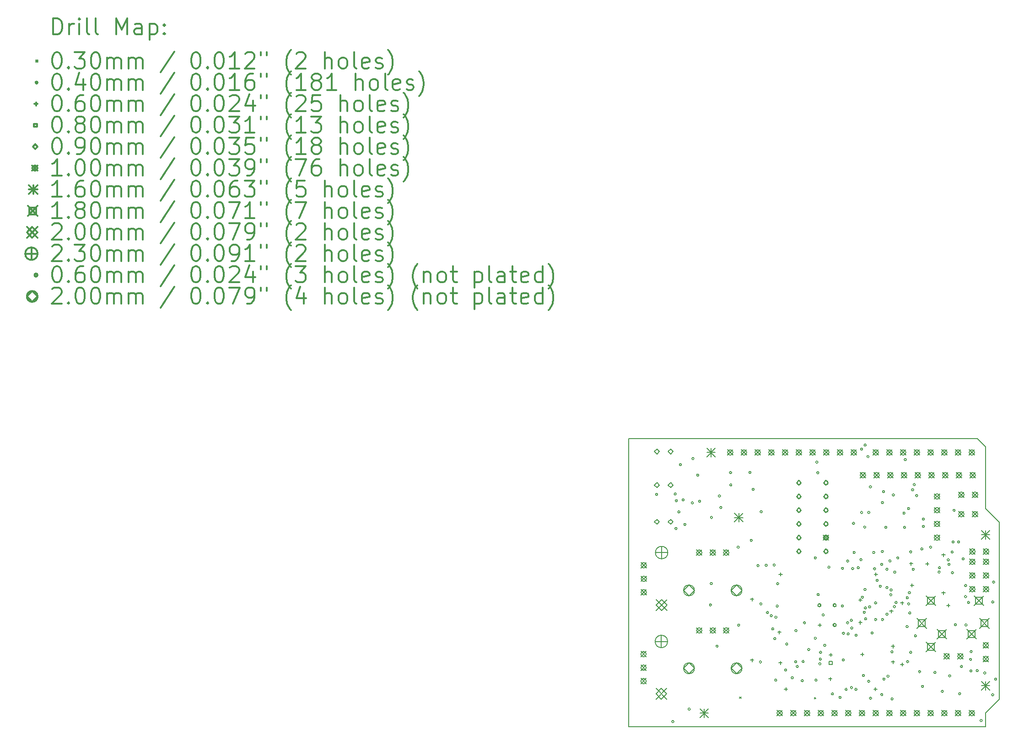
<source format=gbr>
%FSLAX45Y45*%
G04 Gerber Fmt 4.5, Leading zero omitted, Abs format (unit mm)*
G04 Created by KiCad (PCBNEW 5.1.4-e60b266~84~ubuntu16.04.1) date 2019-10-13 20:58:40*
%MOMM*%
%LPD*%
G04 APERTURE LIST*
%ADD10C,0.150000*%
%ADD11C,0.200000*%
%ADD12C,0.300000*%
G04 APERTURE END LIST*
D10*
X10937000Y-13284000D02*
X17541000Y-13284000D01*
X17795000Y-9499400D02*
X17541000Y-9245400D01*
X17795000Y-12776000D02*
X17795000Y-9499400D01*
X17541000Y-8102400D02*
X17388600Y-7950000D01*
X17541000Y-13030000D02*
X17795000Y-12776000D01*
X17541000Y-13284000D02*
X17541000Y-13030000D01*
X17541000Y-9245400D02*
X17541000Y-8102400D01*
X10937000Y-7950000D02*
X10937000Y-13284000D01*
X17388600Y-7950000D02*
X10937000Y-7950000D01*
D11*
X12988000Y-12730000D02*
X13018000Y-12760000D01*
X13018000Y-12730000D02*
X12988000Y-12760000D01*
X14372000Y-12736000D02*
X14402000Y-12766000D01*
X14402000Y-12736000D02*
X14372000Y-12766000D01*
X11472860Y-8979408D02*
G75*
G03X11472860Y-8979408I-20000J0D01*
G01*
X11774000Y-13187000D02*
G75*
G03X11774000Y-13187000I-20000J0D01*
G01*
X11818046Y-8973058D02*
G75*
G03X11818046Y-8973058I-20000J0D01*
G01*
X11832000Y-9612000D02*
G75*
G03X11832000Y-9612000I-20000J0D01*
G01*
X11839382Y-9097010D02*
G75*
G03X11839382Y-9097010I-20000J0D01*
G01*
X11886000Y-9304000D02*
G75*
G03X11886000Y-9304000I-20000J0D01*
G01*
X11913000Y-8430000D02*
G75*
G03X11913000Y-8430000I-20000J0D01*
G01*
X11965112Y-9079738D02*
G75*
G03X11965112Y-9079738I-20000J0D01*
G01*
X11996500Y-9538000D02*
G75*
G03X11996500Y-9538000I-20000J0D01*
G01*
X12076000Y-12956000D02*
G75*
G03X12076000Y-12956000I-20000J0D01*
G01*
X12135000Y-9137000D02*
G75*
G03X12135000Y-9137000I-20000J0D01*
G01*
X12146000Y-8318000D02*
G75*
G03X12146000Y-8318000I-20000J0D01*
G01*
X12234000Y-8624000D02*
G75*
G03X12234000Y-8624000I-20000J0D01*
G01*
X12269000Y-9106000D02*
G75*
G03X12269000Y-9106000I-20000J0D01*
G01*
X12471000Y-11027000D02*
G75*
G03X12471000Y-11027000I-20000J0D01*
G01*
X12486000Y-10632000D02*
G75*
G03X12486000Y-10632000I-20000J0D01*
G01*
X12488154Y-9407154D02*
G75*
G03X12488154Y-9407154I-20000J0D01*
G01*
X12592000Y-11789000D02*
G75*
G03X12592000Y-11789000I-20000J0D01*
G01*
X12635672Y-9009634D02*
G75*
G03X12635672Y-9009634I-20000J0D01*
G01*
X12661834Y-9224010D02*
G75*
G03X12661834Y-9224010I-20000J0D01*
G01*
X12843000Y-8577000D02*
G75*
G03X12843000Y-8577000I-20000J0D01*
G01*
X12846000Y-8805000D02*
G75*
G03X12846000Y-8805000I-20000J0D01*
G01*
X12984000Y-9958000D02*
G75*
G03X12984000Y-9958000I-20000J0D01*
G01*
X12992000Y-11401000D02*
G75*
G03X12992000Y-11401000I-20000J0D01*
G01*
X13202000Y-8574000D02*
G75*
G03X13202000Y-8574000I-20000J0D01*
G01*
X13225000Y-9833000D02*
G75*
G03X13225000Y-9833000I-20000J0D01*
G01*
X13258734Y-8888222D02*
G75*
G03X13258734Y-8888222I-20000J0D01*
G01*
X13349412Y-10298176D02*
G75*
G03X13349412Y-10298176I-20000J0D01*
G01*
X13394000Y-12084000D02*
G75*
G03X13394000Y-12084000I-20000J0D01*
G01*
X13403000Y-11009000D02*
G75*
G03X13403000Y-11009000I-20000J0D01*
G01*
X13408418Y-9301050D02*
G75*
G03X13408418Y-9301050I-20000J0D01*
G01*
X13501812Y-10293096D02*
G75*
G03X13501812Y-10293096I-20000J0D01*
G01*
X13524000Y-11167000D02*
G75*
G03X13524000Y-11167000I-20000J0D01*
G01*
X13594715Y-11227900D02*
G75*
G03X13594715Y-11227900I-20000J0D01*
G01*
X13622000Y-11470100D02*
G75*
G03X13622000Y-11470100I-20000J0D01*
G01*
X13649132Y-10288016D02*
G75*
G03X13649132Y-10288016I-20000J0D01*
G01*
X13661000Y-11651000D02*
G75*
G03X13661000Y-11651000I-20000J0D01*
G01*
X13678000Y-12419000D02*
G75*
G03X13678000Y-12419000I-20000J0D01*
G01*
X13680000Y-11254000D02*
G75*
G03X13680000Y-11254000I-20000J0D01*
G01*
X13705000Y-11048000D02*
G75*
G03X13705000Y-11048000I-20000J0D01*
G01*
X13714000Y-10633000D02*
G75*
G03X13714000Y-10633000I-20000J0D01*
G01*
X13862000Y-12232000D02*
G75*
G03X13862000Y-12232000I-20000J0D01*
G01*
X13881000Y-11751000D02*
G75*
G03X13881000Y-11751000I-20000J0D01*
G01*
X13983000Y-12376000D02*
G75*
G03X13983000Y-12376000I-20000J0D01*
G01*
X14049000Y-12079000D02*
G75*
G03X14049000Y-12079000I-20000J0D01*
G01*
X14052230Y-11502390D02*
G75*
G03X14052230Y-11502390I-20000J0D01*
G01*
X14076784Y-12166838D02*
G75*
G03X14076784Y-12166838I-20000J0D01*
G01*
X14169000Y-12430000D02*
G75*
G03X14169000Y-12430000I-20000J0D01*
G01*
X14183878Y-12073558D02*
G75*
G03X14183878Y-12073558I-20000J0D01*
G01*
X14208694Y-11356848D02*
G75*
G03X14208694Y-11356848I-20000J0D01*
G01*
X14288450Y-11852656D02*
G75*
G03X14288450Y-11852656I-20000J0D01*
G01*
X14409100Y-10156444D02*
G75*
G03X14409100Y-10156444I-20000J0D01*
G01*
X14409862Y-11644122D02*
G75*
G03X14409862Y-11644122I-20000J0D01*
G01*
X14423000Y-12419000D02*
G75*
G03X14423000Y-12419000I-20000J0D01*
G01*
X14438564Y-8383016D02*
G75*
G03X14438564Y-8383016I-20000J0D01*
G01*
X14455836Y-8580120D02*
G75*
G03X14455836Y-8580120I-20000J0D01*
G01*
X14464000Y-10835000D02*
G75*
G03X14464000Y-10835000I-20000J0D01*
G01*
X14494505Y-12117495D02*
G75*
G03X14494505Y-12117495I-20000J0D01*
G01*
X14503000Y-12031000D02*
G75*
G03X14503000Y-12031000I-20000J0D01*
G01*
X14506890Y-11903202D02*
G75*
G03X14506890Y-11903202I-20000J0D01*
G01*
X14556000Y-11211000D02*
G75*
G03X14556000Y-11211000I-20000J0D01*
G01*
X14584995Y-11774551D02*
G75*
G03X14584995Y-11774551I-20000J0D01*
G01*
X14662000Y-10328000D02*
G75*
G03X14662000Y-10328000I-20000J0D01*
G01*
X14726000Y-12674000D02*
G75*
G03X14726000Y-12674000I-20000J0D01*
G01*
X14867000Y-12739000D02*
G75*
G03X14867000Y-12739000I-20000J0D01*
G01*
X14911000Y-11045000D02*
G75*
G03X14911000Y-11045000I-20000J0D01*
G01*
X14913000Y-10350000D02*
G75*
G03X14913000Y-10350000I-20000J0D01*
G01*
X14928664Y-12044684D02*
G75*
G03X14928664Y-12044684I-20000J0D01*
G01*
X14931000Y-11551000D02*
G75*
G03X14931000Y-11551000I-20000J0D01*
G01*
X14980000Y-12590000D02*
G75*
G03X14980000Y-12590000I-20000J0D01*
G01*
X15008000Y-11357000D02*
G75*
G03X15008000Y-11357000I-20000J0D01*
G01*
X15009000Y-10214000D02*
G75*
G03X15009000Y-10214000I-20000J0D01*
G01*
X15018000Y-11564000D02*
G75*
G03X15018000Y-11564000I-20000J0D01*
G01*
X15078000Y-11312000D02*
G75*
G03X15078000Y-11312000I-20000J0D01*
G01*
X15080000Y-12557000D02*
G75*
G03X15080000Y-12557000I-20000J0D01*
G01*
X15085000Y-11454000D02*
G75*
G03X15085000Y-11454000I-20000J0D01*
G01*
X15101000Y-10354000D02*
G75*
G03X15101000Y-10354000I-20000J0D01*
G01*
X15116490Y-9515856D02*
G75*
G03X15116490Y-9515856I-20000J0D01*
G01*
X15128682Y-10055860D02*
G75*
G03X15128682Y-10055860I-20000J0D01*
G01*
X15163000Y-12590000D02*
G75*
G03X15163000Y-12590000I-20000J0D01*
G01*
X15166000Y-11587000D02*
G75*
G03X15166000Y-11587000I-20000J0D01*
G01*
X15205000Y-10338000D02*
G75*
G03X15205000Y-10338000I-20000J0D01*
G01*
X15254412Y-10187686D02*
G75*
G03X15254412Y-10187686I-20000J0D01*
G01*
X15265842Y-8142986D02*
G75*
G03X15265842Y-8142986I-20000J0D01*
G01*
X15267874Y-9314180D02*
G75*
G03X15267874Y-9314180I-20000J0D01*
G01*
X15281000Y-10884000D02*
G75*
G03X15281000Y-10884000I-20000J0D01*
G01*
X15300000Y-12335000D02*
G75*
G03X15300000Y-12335000I-20000J0D01*
G01*
X15316000Y-11163000D02*
G75*
G03X15316000Y-11163000I-20000J0D01*
G01*
X15325000Y-9587000D02*
G75*
G03X15325000Y-9587000I-20000J0D01*
G01*
X15331000Y-10742000D02*
G75*
G03X15331000Y-10742000I-20000J0D01*
G01*
X15331882Y-8067548D02*
G75*
G03X15331882Y-8067548I-20000J0D01*
G01*
X15336000Y-11083000D02*
G75*
G03X15336000Y-11083000I-20000J0D01*
G01*
X15341000Y-11285000D02*
G75*
G03X15341000Y-11285000I-20000J0D01*
G01*
X15385222Y-8280400D02*
G75*
G03X15385222Y-8280400I-20000J0D01*
G01*
X15398000Y-12440000D02*
G75*
G03X15398000Y-12440000I-20000J0D01*
G01*
X15399954Y-9314434D02*
G75*
G03X15399954Y-9314434I-20000J0D01*
G01*
X15415000Y-11064000D02*
G75*
G03X15415000Y-11064000I-20000J0D01*
G01*
X15429000Y-8841000D02*
G75*
G03X15429000Y-8841000I-20000J0D01*
G01*
X15432000Y-12753000D02*
G75*
G03X15432000Y-12753000I-20000J0D01*
G01*
X15462000Y-11547000D02*
G75*
G03X15462000Y-11547000I-20000J0D01*
G01*
X15492156Y-10055860D02*
G75*
G03X15492156Y-10055860I-20000J0D01*
G01*
X15506126Y-10357612D02*
G75*
G03X15506126Y-10357612I-20000J0D01*
G01*
X15527000Y-10990000D02*
G75*
G03X15527000Y-10990000I-20000J0D01*
G01*
X15527000Y-11298000D02*
G75*
G03X15527000Y-11298000I-20000J0D01*
G01*
X15554720Y-10574108D02*
G75*
G03X15554720Y-10574108I-20000J0D01*
G01*
X15611790Y-10681208D02*
G75*
G03X15611790Y-10681208I-20000J0D01*
G01*
X15640000Y-10275000D02*
G75*
G03X15640000Y-10275000I-20000J0D01*
G01*
X15640000Y-12686000D02*
G75*
G03X15640000Y-12686000I-20000J0D01*
G01*
X15650398Y-10037572D02*
G75*
G03X15650398Y-10037572I-20000J0D01*
G01*
X15653192Y-9132316D02*
G75*
G03X15653192Y-9132316I-20000J0D01*
G01*
X15654000Y-11298000D02*
G75*
G03X15654000Y-11298000I-20000J0D01*
G01*
X15671988Y-8931148D02*
G75*
G03X15671988Y-8931148I-20000J0D01*
G01*
X15680000Y-12399000D02*
G75*
G03X15680000Y-12399000I-20000J0D01*
G01*
X15715168Y-9589008D02*
G75*
G03X15715168Y-9589008I-20000J0D01*
G01*
X15735996Y-10704068D02*
G75*
G03X15735996Y-10704068I-20000J0D01*
G01*
X15736000Y-10366000D02*
G75*
G03X15736000Y-10366000I-20000J0D01*
G01*
X15736000Y-11198000D02*
G75*
G03X15736000Y-11198000I-20000J0D01*
G01*
X15754000Y-12346000D02*
G75*
G03X15754000Y-12346000I-20000J0D01*
G01*
X15792000Y-10211000D02*
G75*
G03X15792000Y-10211000I-20000J0D01*
G01*
X15808000Y-10838000D02*
G75*
G03X15808000Y-10838000I-20000J0D01*
G01*
X15813466Y-10749788D02*
G75*
G03X15813466Y-10749788I-20000J0D01*
G01*
X15828816Y-11894784D02*
G75*
G03X15828816Y-11894784I-20000J0D01*
G01*
X15830000Y-12769000D02*
G75*
G03X15830000Y-12769000I-20000J0D01*
G01*
X15855000Y-8991000D02*
G75*
G03X15855000Y-8991000I-20000J0D01*
G01*
X15874000Y-11059000D02*
G75*
G03X15874000Y-11059000I-20000J0D01*
G01*
X15881000Y-10420000D02*
G75*
G03X15881000Y-10420000I-20000J0D01*
G01*
X15904000Y-10981000D02*
G75*
G03X15904000Y-10981000I-20000J0D01*
G01*
X15935640Y-10154666D02*
G75*
G03X15935640Y-10154666I-20000J0D01*
G01*
X16051210Y-9327642D02*
G75*
G03X16051210Y-9327642I-20000J0D01*
G01*
X16062894Y-9592310D02*
G75*
G03X16062894Y-9592310I-20000J0D01*
G01*
X16075000Y-8337000D02*
G75*
G03X16075000Y-8337000I-20000J0D01*
G01*
X16108614Y-11428222D02*
G75*
G03X16108614Y-11428222I-20000J0D01*
G01*
X16111154Y-10894060D02*
G75*
G03X16111154Y-10894060I-20000J0D01*
G01*
X16118000Y-12076000D02*
G75*
G03X16118000Y-12076000I-20000J0D01*
G01*
X16135792Y-9243060D02*
G75*
G03X16135792Y-9243060I-20000J0D01*
G01*
X16138618Y-11007382D02*
G75*
G03X16138618Y-11007382I-20000J0D01*
G01*
X16151000Y-10800000D02*
G75*
G03X16151000Y-10800000I-20000J0D01*
G01*
X16158906Y-11176508D02*
G75*
G03X16158906Y-11176508I-20000J0D01*
G01*
X16174908Y-10044430D02*
G75*
G03X16174908Y-10044430I-20000J0D01*
G01*
X16174908Y-11904472D02*
G75*
G03X16174908Y-11904472I-20000J0D01*
G01*
X16211000Y-8895000D02*
G75*
G03X16211000Y-8895000I-20000J0D01*
G01*
X16221000Y-10368000D02*
G75*
G03X16221000Y-10368000I-20000J0D01*
G01*
X16241202Y-8798052D02*
G75*
G03X16241202Y-8798052I-20000J0D01*
G01*
X16263808Y-11599164D02*
G75*
G03X16263808Y-11599164I-20000J0D01*
G01*
X16285000Y-9003000D02*
G75*
G03X16285000Y-9003000I-20000J0D01*
G01*
X16340801Y-12262897D02*
G75*
G03X16340801Y-12262897I-20000J0D01*
G01*
X16382000Y-9991000D02*
G75*
G03X16382000Y-9991000I-20000J0D01*
G01*
X16394872Y-12535408D02*
G75*
G03X16394872Y-12535408I-20000J0D01*
G01*
X16409000Y-9438990D02*
G75*
G03X16409000Y-9438990I-20000J0D01*
G01*
X16409000Y-9571070D02*
G75*
G03X16409000Y-9571070I-20000J0D01*
G01*
X16544478Y-9957816D02*
G75*
G03X16544478Y-9957816I-20000J0D01*
G01*
X16623472Y-12276328D02*
G75*
G03X16623472Y-12276328I-20000J0D01*
G01*
X16700942Y-10418064D02*
G75*
G03X16700942Y-10418064I-20000J0D01*
G01*
X16707000Y-10338000D02*
G75*
G03X16707000Y-10338000I-20000J0D01*
G01*
X16760124Y-12626848D02*
G75*
G03X16760124Y-12626848I-20000J0D01*
G01*
X16870360Y-10192512D02*
G75*
G03X16870360Y-10192512I-20000J0D01*
G01*
X16884076Y-10274300D02*
G75*
G03X16884076Y-10274300I-20000J0D01*
G01*
X16896776Y-12340336D02*
G75*
G03X16896776Y-12340336I-20000J0D01*
G01*
X16942496Y-10049510D02*
G75*
G03X16942496Y-10049510I-20000J0D01*
G01*
X16947830Y-10430510D02*
G75*
G03X16947830Y-10430510I-20000J0D01*
G01*
X16959000Y-9859000D02*
G75*
G03X16959000Y-9859000I-20000J0D01*
G01*
X16977000Y-9274000D02*
G75*
G03X16977000Y-9274000I-20000J0D01*
G01*
X17000916Y-11393678D02*
G75*
G03X17000916Y-11393678I-20000J0D01*
G01*
X17061000Y-9861000D02*
G75*
G03X17061000Y-9861000I-20000J0D01*
G01*
X17081180Y-12671044D02*
G75*
G03X17081180Y-12671044I-20000J0D01*
G01*
X17113692Y-12166092D02*
G75*
G03X17113692Y-12166092I-20000J0D01*
G01*
X17147220Y-10173716D02*
G75*
G03X17147220Y-10173716I-20000J0D01*
G01*
X17190000Y-10873000D02*
G75*
G03X17190000Y-10873000I-20000J0D01*
G01*
X17190654Y-10667492D02*
G75*
G03X17190654Y-10667492I-20000J0D01*
G01*
X17198274Y-11397488D02*
G75*
G03X17198274Y-11397488I-20000J0D01*
G01*
X17246000Y-10981000D02*
G75*
G03X17246000Y-10981000I-20000J0D01*
G01*
X17281840Y-12034266D02*
G75*
G03X17281840Y-12034266I-20000J0D01*
G01*
X17288444Y-12248388D02*
G75*
G03X17288444Y-12248388I-20000J0D01*
G01*
X17293016Y-11890756D02*
G75*
G03X17293016Y-11890756I-20000J0D01*
G01*
X17406000Y-12243000D02*
G75*
G03X17406000Y-12243000I-20000J0D01*
G01*
X17478500Y-13167500D02*
G75*
G03X17478500Y-13167500I-20000J0D01*
G01*
X17547016Y-12286488D02*
G75*
G03X17547016Y-12286488I-20000J0D01*
G01*
X17691978Y-12690022D02*
G75*
G03X17691978Y-12690022I-20000J0D01*
G01*
X17694336Y-10972292D02*
G75*
G03X17694336Y-10972292I-20000J0D01*
G01*
X17709576Y-10601960D02*
G75*
G03X17709576Y-10601960I-20000J0D01*
G01*
X17748000Y-12400000D02*
G75*
G03X17748000Y-12400000I-20000J0D01*
G01*
X13219000Y-10893000D02*
X13219000Y-10953000D01*
X13189000Y-10923000D02*
X13249000Y-10923000D01*
X13219000Y-12019000D02*
X13219000Y-12079000D01*
X13189000Y-12049000D02*
X13249000Y-12049000D01*
X13726000Y-11501000D02*
X13726000Y-11561000D01*
X13696000Y-11531000D02*
X13756000Y-11531000D01*
X13747000Y-12070000D02*
X13747000Y-12130000D01*
X13717000Y-12100000D02*
X13777000Y-12100000D01*
X13748000Y-10431000D02*
X13748000Y-10491000D01*
X13718000Y-10461000D02*
X13778000Y-10461000D01*
X13848000Y-12555000D02*
X13848000Y-12615000D01*
X13818000Y-12585000D02*
X13878000Y-12585000D01*
X14472000Y-11368200D02*
X14472000Y-11428200D01*
X14442000Y-11398200D02*
X14502000Y-11398200D01*
X14668000Y-12366000D02*
X14668000Y-12426000D01*
X14638000Y-12396000D02*
X14698000Y-12396000D01*
X14675000Y-11918000D02*
X14675000Y-11978000D01*
X14645000Y-11948000D02*
X14705000Y-11948000D01*
X15223000Y-10902000D02*
X15223000Y-10962000D01*
X15193000Y-10932000D02*
X15253000Y-10932000D01*
X15223000Y-11321000D02*
X15223000Y-11381000D01*
X15193000Y-11351000D02*
X15253000Y-11351000D01*
X15262000Y-11911000D02*
X15262000Y-11971000D01*
X15232000Y-11941000D02*
X15292000Y-11941000D01*
X15502000Y-12555000D02*
X15502000Y-12615000D01*
X15472000Y-12585000D02*
X15532000Y-12585000D01*
X15513000Y-10431000D02*
X15513000Y-10491000D01*
X15483000Y-10461000D02*
X15543000Y-10461000D01*
X15797000Y-11112000D02*
X15797000Y-11172000D01*
X15767000Y-11142000D02*
X15827000Y-11142000D01*
X15830000Y-11761000D02*
X15830000Y-11821000D01*
X15800000Y-11791000D02*
X15860000Y-11791000D01*
X15830000Y-12051000D02*
X15830000Y-12111000D01*
X15800000Y-12081000D02*
X15860000Y-12081000D01*
X15998000Y-10959000D02*
X15998000Y-11019000D01*
X15968000Y-10989000D02*
X16028000Y-10989000D01*
X15998000Y-12098000D02*
X15998000Y-12158000D01*
X15968000Y-12128000D02*
X16028000Y-12128000D01*
X16163036Y-10232362D02*
X16163036Y-10292362D01*
X16133036Y-10262362D02*
X16193036Y-10262362D01*
X16178784Y-10634444D02*
X16178784Y-10694444D01*
X16148784Y-10664444D02*
X16208784Y-10664444D01*
X16463140Y-10235414D02*
X16463140Y-10295414D01*
X16433140Y-10265414D02*
X16493140Y-10265414D01*
X16761968Y-10071072D02*
X16761968Y-10131072D01*
X16731968Y-10101072D02*
X16791968Y-10101072D01*
X16761968Y-10771858D02*
X16761968Y-10831858D01*
X16731968Y-10801858D02*
X16791968Y-10801858D01*
X16854170Y-11005284D02*
X16854170Y-11065284D01*
X16824170Y-11035284D02*
X16884170Y-11035284D01*
X14702880Y-12126812D02*
X14702880Y-12070243D01*
X14646311Y-12070243D01*
X14646311Y-12126812D01*
X14702880Y-12126812D01*
X14115884Y-9047285D02*
X14115884Y-8990716D01*
X14059315Y-8990716D01*
X14059315Y-9047285D01*
X14115884Y-9047285D01*
X14615884Y-9047285D02*
X14615884Y-8990716D01*
X14559315Y-8990716D01*
X14559315Y-9047285D01*
X14615884Y-9047285D01*
X14115884Y-9809285D02*
X14115884Y-9752716D01*
X14059315Y-9752716D01*
X14059315Y-9809285D01*
X14115884Y-9809285D01*
X14615884Y-9809285D02*
X14615884Y-9752716D01*
X14559315Y-9752716D01*
X14559315Y-9809285D01*
X14615884Y-9809285D01*
X14115884Y-10063285D02*
X14115884Y-10006716D01*
X14059315Y-10006716D01*
X14059315Y-10063285D01*
X14115884Y-10063285D01*
X14615884Y-10063285D02*
X14615884Y-10006716D01*
X14559315Y-10006716D01*
X14559315Y-10063285D01*
X14615884Y-10063285D01*
X14115884Y-8793285D02*
X14115884Y-8736716D01*
X14059315Y-8736716D01*
X14059315Y-8793285D01*
X14115884Y-8793285D01*
X14615884Y-8793285D02*
X14615884Y-8736716D01*
X14559315Y-8736716D01*
X14559315Y-8793285D01*
X14615884Y-8793285D01*
X14115884Y-9555285D02*
X14115884Y-9498716D01*
X14059315Y-9498716D01*
X14059315Y-9555285D01*
X14115884Y-9555285D01*
X14615884Y-9555285D02*
X14615884Y-9498716D01*
X14559315Y-9498716D01*
X14559315Y-9555285D01*
X14615884Y-9555285D01*
X14115884Y-9301285D02*
X14115884Y-9244716D01*
X14059315Y-9244716D01*
X14059315Y-9301285D01*
X14115884Y-9301285D01*
X14615884Y-9301285D02*
X14615884Y-9244716D01*
X14559315Y-9244716D01*
X14559315Y-9301285D01*
X14615884Y-9301285D01*
X11460000Y-8232000D02*
X11505000Y-8187000D01*
X11460000Y-8142000D01*
X11415000Y-8187000D01*
X11460000Y-8232000D01*
X11714000Y-8232000D02*
X11759000Y-8187000D01*
X11714000Y-8142000D01*
X11669000Y-8187000D01*
X11714000Y-8232000D01*
X14087600Y-8810000D02*
X14132600Y-8765000D01*
X14087600Y-8720000D01*
X14042600Y-8765000D01*
X14087600Y-8810000D01*
X14087600Y-9064000D02*
X14132600Y-9019000D01*
X14087600Y-8974000D01*
X14042600Y-9019000D01*
X14087600Y-9064000D01*
X14087600Y-9318000D02*
X14132600Y-9273000D01*
X14087600Y-9228000D01*
X14042600Y-9273000D01*
X14087600Y-9318000D01*
X14087600Y-9572000D02*
X14132600Y-9527000D01*
X14087600Y-9482000D01*
X14042600Y-9527000D01*
X14087600Y-9572000D01*
X14087600Y-9826000D02*
X14132600Y-9781000D01*
X14087600Y-9736000D01*
X14042600Y-9781000D01*
X14087600Y-9826000D01*
X14087600Y-10080000D02*
X14132600Y-10035000D01*
X14087600Y-9990000D01*
X14042600Y-10035000D01*
X14087600Y-10080000D01*
X14587600Y-8810000D02*
X14632600Y-8765000D01*
X14587600Y-8720000D01*
X14542600Y-8765000D01*
X14587600Y-8810000D01*
X14587600Y-9064000D02*
X14632600Y-9019000D01*
X14587600Y-8974000D01*
X14542600Y-9019000D01*
X14587600Y-9064000D01*
X14587600Y-9318000D02*
X14632600Y-9273000D01*
X14587600Y-9228000D01*
X14542600Y-9273000D01*
X14587600Y-9318000D01*
X14587600Y-9572000D02*
X14632600Y-9527000D01*
X14587600Y-9482000D01*
X14542600Y-9527000D01*
X14587600Y-9572000D01*
X14587600Y-9826000D02*
X14632600Y-9781000D01*
X14587600Y-9736000D01*
X14542600Y-9781000D01*
X14587600Y-9826000D01*
X14587600Y-10080000D02*
X14632600Y-10035000D01*
X14587600Y-9990000D01*
X14542600Y-10035000D01*
X14587600Y-10080000D01*
X11460000Y-9534000D02*
X11505000Y-9489000D01*
X11460000Y-9444000D01*
X11415000Y-9489000D01*
X11460000Y-9534000D01*
X11714000Y-9534000D02*
X11759000Y-9489000D01*
X11714000Y-9444000D01*
X11669000Y-9489000D01*
X11714000Y-9534000D01*
X11460000Y-8853000D02*
X11505000Y-8808000D01*
X11460000Y-8763000D01*
X11415000Y-8808000D01*
X11460000Y-8853000D01*
X11714000Y-8853000D02*
X11759000Y-8808000D01*
X11714000Y-8763000D01*
X11669000Y-8808000D01*
X11714000Y-8853000D01*
X17248000Y-9988000D02*
X17348000Y-10088000D01*
X17348000Y-9988000D02*
X17248000Y-10088000D01*
X17348000Y-10038000D02*
G75*
G03X17348000Y-10038000I-50000J0D01*
G01*
X17502000Y-9988000D02*
X17602000Y-10088000D01*
X17602000Y-9988000D02*
X17502000Y-10088000D01*
X17602000Y-10038000D02*
G75*
G03X17602000Y-10038000I-50000J0D01*
G01*
X16771658Y-11926354D02*
X16871658Y-12026354D01*
X16871658Y-11926354D02*
X16771658Y-12026354D01*
X16871658Y-11976354D02*
G75*
G03X16871658Y-11976354I-50000J0D01*
G01*
X17025658Y-11926354D02*
X17125658Y-12026354D01*
X17125658Y-11926354D02*
X17025658Y-12026354D01*
X17125658Y-11976354D02*
G75*
G03X17125658Y-11976354I-50000J0D01*
G01*
X12766600Y-8154000D02*
X12866600Y-8254000D01*
X12866600Y-8154000D02*
X12766600Y-8254000D01*
X12866600Y-8204000D02*
G75*
G03X12866600Y-8204000I-50000J0D01*
G01*
X13020600Y-8154000D02*
X13120600Y-8254000D01*
X13120600Y-8154000D02*
X13020600Y-8254000D01*
X13120600Y-8204000D02*
G75*
G03X13120600Y-8204000I-50000J0D01*
G01*
X13274600Y-8154000D02*
X13374600Y-8254000D01*
X13374600Y-8154000D02*
X13274600Y-8254000D01*
X13374600Y-8204000D02*
G75*
G03X13374600Y-8204000I-50000J0D01*
G01*
X13528600Y-8154000D02*
X13628600Y-8254000D01*
X13628600Y-8154000D02*
X13528600Y-8254000D01*
X13628600Y-8204000D02*
G75*
G03X13628600Y-8204000I-50000J0D01*
G01*
X13782600Y-8154000D02*
X13882600Y-8254000D01*
X13882600Y-8154000D02*
X13782600Y-8254000D01*
X13882600Y-8204000D02*
G75*
G03X13882600Y-8204000I-50000J0D01*
G01*
X14036600Y-8154000D02*
X14136600Y-8254000D01*
X14136600Y-8154000D02*
X14036600Y-8254000D01*
X14136600Y-8204000D02*
G75*
G03X14136600Y-8204000I-50000J0D01*
G01*
X14290600Y-8154000D02*
X14390600Y-8254000D01*
X14390600Y-8154000D02*
X14290600Y-8254000D01*
X14390600Y-8204000D02*
G75*
G03X14390600Y-8204000I-50000J0D01*
G01*
X14544600Y-8154000D02*
X14644600Y-8254000D01*
X14644600Y-8154000D02*
X14544600Y-8254000D01*
X14644600Y-8204000D02*
G75*
G03X14644600Y-8204000I-50000J0D01*
G01*
X14798600Y-8154000D02*
X14898600Y-8254000D01*
X14898600Y-8154000D02*
X14798600Y-8254000D01*
X14898600Y-8204000D02*
G75*
G03X14898600Y-8204000I-50000J0D01*
G01*
X15052600Y-8154000D02*
X15152600Y-8254000D01*
X15152600Y-8154000D02*
X15052600Y-8254000D01*
X15152600Y-8204000D02*
G75*
G03X15152600Y-8204000I-50000J0D01*
G01*
X17495000Y-11723000D02*
X17595000Y-11823000D01*
X17595000Y-11723000D02*
X17495000Y-11823000D01*
X17595000Y-11773000D02*
G75*
G03X17595000Y-11773000I-50000J0D01*
G01*
X17495000Y-11977000D02*
X17595000Y-12077000D01*
X17595000Y-11977000D02*
X17495000Y-12077000D01*
X17595000Y-12027000D02*
G75*
G03X17595000Y-12027000I-50000J0D01*
G01*
X17043000Y-9297000D02*
X17143000Y-9397000D01*
X17143000Y-9297000D02*
X17043000Y-9397000D01*
X17143000Y-9347000D02*
G75*
G03X17143000Y-9347000I-50000J0D01*
G01*
X17297000Y-9297000D02*
X17397000Y-9397000D01*
X17397000Y-9297000D02*
X17297000Y-9397000D01*
X17397000Y-9347000D02*
G75*
G03X17397000Y-9347000I-50000J0D01*
G01*
X12193000Y-11449800D02*
X12293000Y-11549800D01*
X12293000Y-11449800D02*
X12193000Y-11549800D01*
X12293000Y-11499800D02*
G75*
G03X12293000Y-11499800I-50000J0D01*
G01*
X12443000Y-11449800D02*
X12543000Y-11549800D01*
X12543000Y-11449800D02*
X12443000Y-11549800D01*
X12543000Y-11499800D02*
G75*
G03X12543000Y-11499800I-50000J0D01*
G01*
X12693000Y-11449800D02*
X12793000Y-11549800D01*
X12793000Y-11449800D02*
X12693000Y-11549800D01*
X12793000Y-11499800D02*
G75*
G03X12793000Y-11499800I-50000J0D01*
G01*
X14537600Y-9731000D02*
X14637600Y-9831000D01*
X14637600Y-9731000D02*
X14537600Y-9831000D01*
X14637600Y-9781000D02*
G75*
G03X14637600Y-9781000I-50000J0D01*
G01*
X16593000Y-9731000D02*
X16693000Y-9831000D01*
X16693000Y-9731000D02*
X16593000Y-9831000D01*
X16693000Y-9781000D02*
G75*
G03X16693000Y-9781000I-50000J0D01*
G01*
X13681000Y-12980000D02*
X13781000Y-13080000D01*
X13781000Y-12980000D02*
X13681000Y-13080000D01*
X13781000Y-13030000D02*
G75*
G03X13781000Y-13030000I-50000J0D01*
G01*
X13935000Y-12980000D02*
X14035000Y-13080000D01*
X14035000Y-12980000D02*
X13935000Y-13080000D01*
X14035000Y-13030000D02*
G75*
G03X14035000Y-13030000I-50000J0D01*
G01*
X14189000Y-12980000D02*
X14289000Y-13080000D01*
X14289000Y-12980000D02*
X14189000Y-13080000D01*
X14289000Y-13030000D02*
G75*
G03X14289000Y-13030000I-50000J0D01*
G01*
X14443000Y-12980000D02*
X14543000Y-13080000D01*
X14543000Y-12980000D02*
X14443000Y-13080000D01*
X14543000Y-13030000D02*
G75*
G03X14543000Y-13030000I-50000J0D01*
G01*
X14697000Y-12980000D02*
X14797000Y-13080000D01*
X14797000Y-12980000D02*
X14697000Y-13080000D01*
X14797000Y-13030000D02*
G75*
G03X14797000Y-13030000I-50000J0D01*
G01*
X14951000Y-12980000D02*
X15051000Y-13080000D01*
X15051000Y-12980000D02*
X14951000Y-13080000D01*
X15051000Y-13030000D02*
G75*
G03X15051000Y-13030000I-50000J0D01*
G01*
X15205000Y-12980000D02*
X15305000Y-13080000D01*
X15305000Y-12980000D02*
X15205000Y-13080000D01*
X15305000Y-13030000D02*
G75*
G03X15305000Y-13030000I-50000J0D01*
G01*
X15459000Y-12980000D02*
X15559000Y-13080000D01*
X15559000Y-12980000D02*
X15459000Y-13080000D01*
X15559000Y-13030000D02*
G75*
G03X15559000Y-13030000I-50000J0D01*
G01*
X15713000Y-12980000D02*
X15813000Y-13080000D01*
X15813000Y-12980000D02*
X15713000Y-13080000D01*
X15813000Y-13030000D02*
G75*
G03X15813000Y-13030000I-50000J0D01*
G01*
X16593000Y-8969000D02*
X16693000Y-9069000D01*
X16693000Y-8969000D02*
X16593000Y-9069000D01*
X16693000Y-9019000D02*
G75*
G03X16693000Y-9019000I-50000J0D01*
G01*
X16593000Y-9223000D02*
X16693000Y-9323000D01*
X16693000Y-9223000D02*
X16593000Y-9323000D01*
X16693000Y-9273000D02*
G75*
G03X16693000Y-9273000I-50000J0D01*
G01*
X16593000Y-9477000D02*
X16693000Y-9577000D01*
X16693000Y-9477000D02*
X16593000Y-9577000D01*
X16693000Y-9527000D02*
G75*
G03X16693000Y-9527000I-50000J0D01*
G01*
X16593000Y-9731000D02*
X16693000Y-9831000D01*
X16693000Y-9731000D02*
X16593000Y-9831000D01*
X16693000Y-9781000D02*
G75*
G03X16693000Y-9781000I-50000J0D01*
G01*
X17044000Y-8936000D02*
X17144000Y-9036000D01*
X17144000Y-8936000D02*
X17044000Y-9036000D01*
X17144000Y-8986000D02*
G75*
G03X17144000Y-8986000I-50000J0D01*
G01*
X17298000Y-8936000D02*
X17398000Y-9036000D01*
X17398000Y-8936000D02*
X17298000Y-9036000D01*
X17398000Y-8986000D02*
G75*
G03X17398000Y-8986000I-50000J0D01*
G01*
X11167000Y-10243000D02*
X11267000Y-10343000D01*
X11267000Y-10243000D02*
X11167000Y-10343000D01*
X11267000Y-10293000D02*
G75*
G03X11267000Y-10293000I-50000J0D01*
G01*
X11167000Y-10493000D02*
X11267000Y-10593000D01*
X11267000Y-10493000D02*
X11167000Y-10593000D01*
X11267000Y-10543000D02*
G75*
G03X11267000Y-10543000I-50000J0D01*
G01*
X11167000Y-10743000D02*
X11267000Y-10843000D01*
X11267000Y-10743000D02*
X11167000Y-10843000D01*
X11267000Y-10793000D02*
G75*
G03X11267000Y-10793000I-50000J0D01*
G01*
X17248000Y-10178000D02*
X17348000Y-10278000D01*
X17348000Y-10178000D02*
X17248000Y-10278000D01*
X17348000Y-10228000D02*
G75*
G03X17348000Y-10228000I-50000J0D01*
G01*
X17248000Y-10432000D02*
X17348000Y-10532000D01*
X17348000Y-10432000D02*
X17248000Y-10532000D01*
X17348000Y-10482000D02*
G75*
G03X17348000Y-10482000I-50000J0D01*
G01*
X17248000Y-10686000D02*
X17348000Y-10786000D01*
X17348000Y-10686000D02*
X17248000Y-10786000D01*
X17348000Y-10736000D02*
G75*
G03X17348000Y-10736000I-50000J0D01*
G01*
X17502000Y-10178000D02*
X17602000Y-10278000D01*
X17602000Y-10178000D02*
X17502000Y-10278000D01*
X17602000Y-10228000D02*
G75*
G03X17602000Y-10228000I-50000J0D01*
G01*
X17502000Y-10432000D02*
X17602000Y-10532000D01*
X17602000Y-10432000D02*
X17502000Y-10532000D01*
X17602000Y-10482000D02*
G75*
G03X17602000Y-10482000I-50000J0D01*
G01*
X17502000Y-10686000D02*
X17602000Y-10786000D01*
X17602000Y-10686000D02*
X17502000Y-10786000D01*
X17602000Y-10736000D02*
G75*
G03X17602000Y-10736000I-50000J0D01*
G01*
X11162000Y-11888000D02*
X11262000Y-11988000D01*
X11262000Y-11888000D02*
X11162000Y-11988000D01*
X11262000Y-11938000D02*
G75*
G03X11262000Y-11938000I-50000J0D01*
G01*
X11162000Y-12138000D02*
X11262000Y-12238000D01*
X11262000Y-12138000D02*
X11162000Y-12238000D01*
X11262000Y-12188000D02*
G75*
G03X11262000Y-12188000I-50000J0D01*
G01*
X11162000Y-12388000D02*
X11262000Y-12488000D01*
X11262000Y-12388000D02*
X11162000Y-12488000D01*
X11262000Y-12438000D02*
G75*
G03X11262000Y-12438000I-50000J0D01*
G01*
X15221496Y-8573808D02*
X15321496Y-8673808D01*
X15321496Y-8573808D02*
X15221496Y-8673808D01*
X15321496Y-8623808D02*
G75*
G03X15321496Y-8623808I-50000J0D01*
G01*
X15475496Y-8573808D02*
X15575496Y-8673808D01*
X15575496Y-8573808D02*
X15475496Y-8673808D01*
X15575496Y-8623808D02*
G75*
G03X15575496Y-8623808I-50000J0D01*
G01*
X15729496Y-8573808D02*
X15829496Y-8673808D01*
X15829496Y-8573808D02*
X15729496Y-8673808D01*
X15829496Y-8623808D02*
G75*
G03X15829496Y-8623808I-50000J0D01*
G01*
X15983496Y-8573808D02*
X16083496Y-8673808D01*
X16083496Y-8573808D02*
X15983496Y-8673808D01*
X16083496Y-8623808D02*
G75*
G03X16083496Y-8623808I-50000J0D01*
G01*
X16237496Y-8573808D02*
X16337496Y-8673808D01*
X16337496Y-8573808D02*
X16237496Y-8673808D01*
X16337496Y-8623808D02*
G75*
G03X16337496Y-8623808I-50000J0D01*
G01*
X16491496Y-8573808D02*
X16591496Y-8673808D01*
X16591496Y-8573808D02*
X16491496Y-8673808D01*
X16591496Y-8623808D02*
G75*
G03X16591496Y-8623808I-50000J0D01*
G01*
X16745496Y-8573808D02*
X16845496Y-8673808D01*
X16845496Y-8573808D02*
X16745496Y-8673808D01*
X16845496Y-8623808D02*
G75*
G03X16845496Y-8623808I-50000J0D01*
G01*
X16999496Y-8573808D02*
X17099496Y-8673808D01*
X17099496Y-8573808D02*
X16999496Y-8673808D01*
X17099496Y-8623808D02*
G75*
G03X17099496Y-8623808I-50000J0D01*
G01*
X17253496Y-8573808D02*
X17353496Y-8673808D01*
X17353496Y-8573808D02*
X17253496Y-8673808D01*
X17353496Y-8623808D02*
G75*
G03X17353496Y-8623808I-50000J0D01*
G01*
X15967000Y-12980000D02*
X16067000Y-13080000D01*
X16067000Y-12980000D02*
X15967000Y-13080000D01*
X16067000Y-13030000D02*
G75*
G03X16067000Y-13030000I-50000J0D01*
G01*
X16221000Y-12980000D02*
X16321000Y-13080000D01*
X16321000Y-12980000D02*
X16221000Y-13080000D01*
X16321000Y-13030000D02*
G75*
G03X16321000Y-13030000I-50000J0D01*
G01*
X16475000Y-12980000D02*
X16575000Y-13080000D01*
X16575000Y-12980000D02*
X16475000Y-13080000D01*
X16575000Y-13030000D02*
G75*
G03X16575000Y-13030000I-50000J0D01*
G01*
X16729000Y-12980000D02*
X16829000Y-13080000D01*
X16829000Y-12980000D02*
X16729000Y-13080000D01*
X16829000Y-13030000D02*
G75*
G03X16829000Y-13030000I-50000J0D01*
G01*
X16983000Y-12980000D02*
X17083000Y-13080000D01*
X17083000Y-12980000D02*
X16983000Y-13080000D01*
X17083000Y-13030000D02*
G75*
G03X17083000Y-13030000I-50000J0D01*
G01*
X17237000Y-12980000D02*
X17337000Y-13080000D01*
X17337000Y-12980000D02*
X17237000Y-13080000D01*
X17337000Y-13030000D02*
G75*
G03X17337000Y-13030000I-50000J0D01*
G01*
X12193000Y-10008000D02*
X12293000Y-10108000D01*
X12293000Y-10008000D02*
X12193000Y-10108000D01*
X12293000Y-10058000D02*
G75*
G03X12293000Y-10058000I-50000J0D01*
G01*
X12443000Y-10008000D02*
X12543000Y-10108000D01*
X12543000Y-10008000D02*
X12443000Y-10108000D01*
X12543000Y-10058000D02*
G75*
G03X12543000Y-10058000I-50000J0D01*
G01*
X12693000Y-10008000D02*
X12793000Y-10108000D01*
X12793000Y-10008000D02*
X12693000Y-10108000D01*
X12793000Y-10058000D02*
G75*
G03X12793000Y-10058000I-50000J0D01*
G01*
X15459000Y-8154000D02*
X15559000Y-8254000D01*
X15559000Y-8154000D02*
X15459000Y-8254000D01*
X15559000Y-8204000D02*
G75*
G03X15559000Y-8204000I-50000J0D01*
G01*
X15713000Y-8154000D02*
X15813000Y-8254000D01*
X15813000Y-8154000D02*
X15713000Y-8254000D01*
X15813000Y-8204000D02*
G75*
G03X15813000Y-8204000I-50000J0D01*
G01*
X15967000Y-8154000D02*
X16067000Y-8254000D01*
X16067000Y-8154000D02*
X15967000Y-8254000D01*
X16067000Y-8204000D02*
G75*
G03X16067000Y-8204000I-50000J0D01*
G01*
X16221000Y-8154000D02*
X16321000Y-8254000D01*
X16321000Y-8154000D02*
X16221000Y-8254000D01*
X16321000Y-8204000D02*
G75*
G03X16321000Y-8204000I-50000J0D01*
G01*
X16475000Y-8154000D02*
X16575000Y-8254000D01*
X16575000Y-8154000D02*
X16475000Y-8254000D01*
X16575000Y-8204000D02*
G75*
G03X16575000Y-8204000I-50000J0D01*
G01*
X16729000Y-8154000D02*
X16829000Y-8254000D01*
X16829000Y-8154000D02*
X16729000Y-8254000D01*
X16829000Y-8204000D02*
G75*
G03X16829000Y-8204000I-50000J0D01*
G01*
X16983000Y-8154000D02*
X17083000Y-8254000D01*
X17083000Y-8154000D02*
X16983000Y-8254000D01*
X17083000Y-8204000D02*
G75*
G03X17083000Y-8204000I-50000J0D01*
G01*
X17237000Y-8154000D02*
X17337000Y-8254000D01*
X17337000Y-8154000D02*
X17237000Y-8254000D01*
X17337000Y-8204000D02*
G75*
G03X17337000Y-8204000I-50000J0D01*
G01*
X12896352Y-9328414D02*
X13056352Y-9488414D01*
X13056352Y-9328414D02*
X12896352Y-9488414D01*
X12976352Y-9328414D02*
X12976352Y-9488414D01*
X12896352Y-9408414D02*
X13056352Y-9408414D01*
X12254000Y-12950000D02*
X12414000Y-13110000D01*
X12414000Y-12950000D02*
X12254000Y-13110000D01*
X12334000Y-12950000D02*
X12334000Y-13110000D01*
X12254000Y-13030000D02*
X12414000Y-13030000D01*
X17461000Y-9648000D02*
X17621000Y-9808000D01*
X17621000Y-9648000D02*
X17461000Y-9808000D01*
X17541000Y-9648000D02*
X17541000Y-9808000D01*
X17461000Y-9728000D02*
X17621000Y-9728000D01*
X12381000Y-8124000D02*
X12541000Y-8284000D01*
X12541000Y-8124000D02*
X12381000Y-8284000D01*
X12461000Y-8124000D02*
X12461000Y-8284000D01*
X12381000Y-8204000D02*
X12541000Y-8204000D01*
X17461000Y-12442000D02*
X17621000Y-12602000D01*
X17621000Y-12442000D02*
X17461000Y-12602000D01*
X17541000Y-12442000D02*
X17541000Y-12602000D01*
X17461000Y-12522000D02*
X17621000Y-12522000D01*
X16271000Y-11277000D02*
X16451000Y-11457000D01*
X16451000Y-11277000D02*
X16271000Y-11457000D01*
X16424640Y-11430640D02*
X16424640Y-11303360D01*
X16297360Y-11303360D01*
X16297360Y-11430640D01*
X16424640Y-11430640D01*
X16441000Y-10858000D02*
X16621000Y-11038000D01*
X16621000Y-10858000D02*
X16441000Y-11038000D01*
X16594640Y-11011640D02*
X16594640Y-10884360D01*
X16467360Y-10884360D01*
X16467360Y-11011640D01*
X16594640Y-11011640D01*
X16441000Y-11716000D02*
X16621000Y-11896000D01*
X16621000Y-11716000D02*
X16441000Y-11896000D01*
X16594640Y-11869640D02*
X16594640Y-11742360D01*
X16467360Y-11742360D01*
X16467360Y-11869640D01*
X16594640Y-11869640D01*
X16641000Y-11477000D02*
X16821000Y-11657000D01*
X16821000Y-11477000D02*
X16641000Y-11657000D01*
X16794640Y-11630640D02*
X16794640Y-11503360D01*
X16667360Y-11503360D01*
X16667360Y-11630640D01*
X16794640Y-11630640D01*
X17191000Y-11477000D02*
X17371000Y-11657000D01*
X17371000Y-11477000D02*
X17191000Y-11657000D01*
X17344640Y-11630640D02*
X17344640Y-11503360D01*
X17217360Y-11503360D01*
X17217360Y-11630640D01*
X17344640Y-11630640D01*
X17331000Y-10858000D02*
X17511000Y-11038000D01*
X17511000Y-10858000D02*
X17331000Y-11038000D01*
X17484640Y-11011640D02*
X17484640Y-10884360D01*
X17357360Y-10884360D01*
X17357360Y-11011640D01*
X17484640Y-11011640D01*
X17431000Y-11277000D02*
X17611000Y-11457000D01*
X17611000Y-11277000D02*
X17431000Y-11457000D01*
X17584640Y-11430640D02*
X17584640Y-11303360D01*
X17457360Y-11303360D01*
X17457360Y-11430640D01*
X17584640Y-11430640D01*
X11447000Y-10928000D02*
X11647000Y-11128000D01*
X11647000Y-10928000D02*
X11447000Y-11128000D01*
X11547000Y-11128000D02*
X11647000Y-11028000D01*
X11547000Y-10928000D01*
X11447000Y-11028000D01*
X11547000Y-11128000D01*
X11442000Y-12573000D02*
X11642000Y-12773000D01*
X11642000Y-12573000D02*
X11442000Y-12773000D01*
X11542000Y-12773000D02*
X11642000Y-12673000D01*
X11542000Y-12573000D01*
X11442000Y-12673000D01*
X11542000Y-12773000D01*
X11547000Y-9943000D02*
X11547000Y-10173000D01*
X11432000Y-10058000D02*
X11662000Y-10058000D01*
X11662000Y-10058000D02*
G75*
G03X11662000Y-10058000I-115000J0D01*
G01*
X11542000Y-11588000D02*
X11542000Y-11818000D01*
X11427000Y-11703000D02*
X11657000Y-11703000D01*
X11657000Y-11703000D02*
G75*
G03X11657000Y-11703000I-115000J0D01*
G01*
X14488213Y-11053013D02*
X14488213Y-11010587D01*
X14445787Y-11010587D01*
X14445787Y-11053013D01*
X14488213Y-11053013D01*
X14497000Y-11031800D02*
G75*
G03X14497000Y-11031800I-30000J0D01*
G01*
X14768213Y-11053013D02*
X14768213Y-11010587D01*
X14725787Y-11010587D01*
X14725787Y-11053013D01*
X14768213Y-11053013D01*
X14777000Y-11031800D02*
G75*
G03X14777000Y-11031800I-30000J0D01*
G01*
X14768213Y-11419413D02*
X14768213Y-11376987D01*
X14725787Y-11376987D01*
X14725787Y-11419413D01*
X14768213Y-11419413D01*
X14777000Y-11398200D02*
G75*
G03X14777000Y-11398200I-30000J0D01*
G01*
X12053000Y-12299800D02*
X12153000Y-12199800D01*
X12053000Y-12099800D01*
X11953000Y-12199800D01*
X12053000Y-12299800D01*
X12153000Y-12199800D02*
G75*
G03X12153000Y-12199800I-100000J0D01*
G01*
X12933000Y-12299800D02*
X13033000Y-12199800D01*
X12933000Y-12099800D01*
X12833000Y-12199800D01*
X12933000Y-12299800D01*
X13033000Y-12199800D02*
G75*
G03X13033000Y-12199800I-100000J0D01*
G01*
X12053000Y-10858000D02*
X12153000Y-10758000D01*
X12053000Y-10658000D01*
X11953000Y-10758000D01*
X12053000Y-10858000D01*
X12153000Y-10758000D02*
G75*
G03X12153000Y-10758000I-100000J0D01*
G01*
X12933000Y-10858000D02*
X13033000Y-10758000D01*
X12933000Y-10658000D01*
X12833000Y-10758000D01*
X12933000Y-10858000D01*
X13033000Y-10758000D02*
G75*
G03X13033000Y-10758000I-100000J0D01*
G01*
D12*
X286429Y-465714D02*
X286429Y-165714D01*
X357857Y-165714D01*
X400714Y-180000D01*
X429286Y-208571D01*
X443571Y-237143D01*
X457857Y-294286D01*
X457857Y-337143D01*
X443571Y-394286D01*
X429286Y-422857D01*
X400714Y-451428D01*
X357857Y-465714D01*
X286429Y-465714D01*
X586429Y-465714D02*
X586429Y-265714D01*
X586429Y-322857D02*
X600714Y-294286D01*
X615000Y-280000D01*
X643571Y-265714D01*
X672143Y-265714D01*
X772143Y-465714D02*
X772143Y-265714D01*
X772143Y-165714D02*
X757857Y-180000D01*
X772143Y-194286D01*
X786428Y-180000D01*
X772143Y-165714D01*
X772143Y-194286D01*
X957857Y-465714D02*
X929286Y-451428D01*
X915000Y-422857D01*
X915000Y-165714D01*
X1115000Y-465714D02*
X1086429Y-451428D01*
X1072143Y-422857D01*
X1072143Y-165714D01*
X1457857Y-465714D02*
X1457857Y-165714D01*
X1557857Y-380000D01*
X1657857Y-165714D01*
X1657857Y-465714D01*
X1929286Y-465714D02*
X1929286Y-308571D01*
X1915000Y-280000D01*
X1886428Y-265714D01*
X1829286Y-265714D01*
X1800714Y-280000D01*
X1929286Y-451428D02*
X1900714Y-465714D01*
X1829286Y-465714D01*
X1800714Y-451428D01*
X1786428Y-422857D01*
X1786428Y-394286D01*
X1800714Y-365714D01*
X1829286Y-351428D01*
X1900714Y-351428D01*
X1929286Y-337143D01*
X2072143Y-265714D02*
X2072143Y-565714D01*
X2072143Y-280000D02*
X2100714Y-265714D01*
X2157857Y-265714D01*
X2186429Y-280000D01*
X2200714Y-294286D01*
X2215000Y-322857D01*
X2215000Y-408571D01*
X2200714Y-437143D01*
X2186429Y-451428D01*
X2157857Y-465714D01*
X2100714Y-465714D01*
X2072143Y-451428D01*
X2343571Y-437143D02*
X2357857Y-451428D01*
X2343571Y-465714D01*
X2329286Y-451428D01*
X2343571Y-437143D01*
X2343571Y-465714D01*
X2343571Y-280000D02*
X2357857Y-294286D01*
X2343571Y-308571D01*
X2329286Y-294286D01*
X2343571Y-280000D01*
X2343571Y-308571D01*
X-30000Y-945000D02*
X0Y-975000D01*
X0Y-945000D02*
X-30000Y-975000D01*
X343571Y-795714D02*
X372143Y-795714D01*
X400714Y-810000D01*
X415000Y-824286D01*
X429286Y-852857D01*
X443571Y-910000D01*
X443571Y-981428D01*
X429286Y-1038571D01*
X415000Y-1067143D01*
X400714Y-1081429D01*
X372143Y-1095714D01*
X343571Y-1095714D01*
X315000Y-1081429D01*
X300714Y-1067143D01*
X286429Y-1038571D01*
X272143Y-981428D01*
X272143Y-910000D01*
X286429Y-852857D01*
X300714Y-824286D01*
X315000Y-810000D01*
X343571Y-795714D01*
X572143Y-1067143D02*
X586429Y-1081429D01*
X572143Y-1095714D01*
X557857Y-1081429D01*
X572143Y-1067143D01*
X572143Y-1095714D01*
X686429Y-795714D02*
X872143Y-795714D01*
X772143Y-910000D01*
X815000Y-910000D01*
X843571Y-924286D01*
X857857Y-938571D01*
X872143Y-967143D01*
X872143Y-1038571D01*
X857857Y-1067143D01*
X843571Y-1081429D01*
X815000Y-1095714D01*
X729286Y-1095714D01*
X700714Y-1081429D01*
X686429Y-1067143D01*
X1057857Y-795714D02*
X1086429Y-795714D01*
X1115000Y-810000D01*
X1129286Y-824286D01*
X1143571Y-852857D01*
X1157857Y-910000D01*
X1157857Y-981428D01*
X1143571Y-1038571D01*
X1129286Y-1067143D01*
X1115000Y-1081429D01*
X1086429Y-1095714D01*
X1057857Y-1095714D01*
X1029286Y-1081429D01*
X1015000Y-1067143D01*
X1000714Y-1038571D01*
X986428Y-981428D01*
X986428Y-910000D01*
X1000714Y-852857D01*
X1015000Y-824286D01*
X1029286Y-810000D01*
X1057857Y-795714D01*
X1286429Y-1095714D02*
X1286429Y-895714D01*
X1286429Y-924286D02*
X1300714Y-910000D01*
X1329286Y-895714D01*
X1372143Y-895714D01*
X1400714Y-910000D01*
X1415000Y-938571D01*
X1415000Y-1095714D01*
X1415000Y-938571D02*
X1429286Y-910000D01*
X1457857Y-895714D01*
X1500714Y-895714D01*
X1529286Y-910000D01*
X1543571Y-938571D01*
X1543571Y-1095714D01*
X1686428Y-1095714D02*
X1686428Y-895714D01*
X1686428Y-924286D02*
X1700714Y-910000D01*
X1729286Y-895714D01*
X1772143Y-895714D01*
X1800714Y-910000D01*
X1815000Y-938571D01*
X1815000Y-1095714D01*
X1815000Y-938571D02*
X1829286Y-910000D01*
X1857857Y-895714D01*
X1900714Y-895714D01*
X1929286Y-910000D01*
X1943571Y-938571D01*
X1943571Y-1095714D01*
X2529286Y-781428D02*
X2272143Y-1167143D01*
X2915000Y-795714D02*
X2943571Y-795714D01*
X2972143Y-810000D01*
X2986428Y-824286D01*
X3000714Y-852857D01*
X3015000Y-910000D01*
X3015000Y-981428D01*
X3000714Y-1038571D01*
X2986428Y-1067143D01*
X2972143Y-1081429D01*
X2943571Y-1095714D01*
X2915000Y-1095714D01*
X2886428Y-1081429D01*
X2872143Y-1067143D01*
X2857857Y-1038571D01*
X2843571Y-981428D01*
X2843571Y-910000D01*
X2857857Y-852857D01*
X2872143Y-824286D01*
X2886428Y-810000D01*
X2915000Y-795714D01*
X3143571Y-1067143D02*
X3157857Y-1081429D01*
X3143571Y-1095714D01*
X3129286Y-1081429D01*
X3143571Y-1067143D01*
X3143571Y-1095714D01*
X3343571Y-795714D02*
X3372143Y-795714D01*
X3400714Y-810000D01*
X3415000Y-824286D01*
X3429286Y-852857D01*
X3443571Y-910000D01*
X3443571Y-981428D01*
X3429286Y-1038571D01*
X3415000Y-1067143D01*
X3400714Y-1081429D01*
X3372143Y-1095714D01*
X3343571Y-1095714D01*
X3315000Y-1081429D01*
X3300714Y-1067143D01*
X3286428Y-1038571D01*
X3272143Y-981428D01*
X3272143Y-910000D01*
X3286428Y-852857D01*
X3300714Y-824286D01*
X3315000Y-810000D01*
X3343571Y-795714D01*
X3729286Y-1095714D02*
X3557857Y-1095714D01*
X3643571Y-1095714D02*
X3643571Y-795714D01*
X3615000Y-838571D01*
X3586428Y-867143D01*
X3557857Y-881428D01*
X3843571Y-824286D02*
X3857857Y-810000D01*
X3886428Y-795714D01*
X3957857Y-795714D01*
X3986428Y-810000D01*
X4000714Y-824286D01*
X4015000Y-852857D01*
X4015000Y-881428D01*
X4000714Y-924286D01*
X3829286Y-1095714D01*
X4015000Y-1095714D01*
X4129286Y-795714D02*
X4129286Y-852857D01*
X4243571Y-795714D02*
X4243571Y-852857D01*
X4686429Y-1210000D02*
X4672143Y-1195714D01*
X4643571Y-1152857D01*
X4629286Y-1124286D01*
X4615000Y-1081429D01*
X4600714Y-1010000D01*
X4600714Y-952857D01*
X4615000Y-881428D01*
X4629286Y-838571D01*
X4643571Y-810000D01*
X4672143Y-767143D01*
X4686429Y-752857D01*
X4786429Y-824286D02*
X4800714Y-810000D01*
X4829286Y-795714D01*
X4900714Y-795714D01*
X4929286Y-810000D01*
X4943571Y-824286D01*
X4957857Y-852857D01*
X4957857Y-881428D01*
X4943571Y-924286D01*
X4772143Y-1095714D01*
X4957857Y-1095714D01*
X5315000Y-1095714D02*
X5315000Y-795714D01*
X5443571Y-1095714D02*
X5443571Y-938571D01*
X5429286Y-910000D01*
X5400714Y-895714D01*
X5357857Y-895714D01*
X5329286Y-910000D01*
X5315000Y-924286D01*
X5629286Y-1095714D02*
X5600714Y-1081429D01*
X5586429Y-1067143D01*
X5572143Y-1038571D01*
X5572143Y-952857D01*
X5586429Y-924286D01*
X5600714Y-910000D01*
X5629286Y-895714D01*
X5672143Y-895714D01*
X5700714Y-910000D01*
X5715000Y-924286D01*
X5729286Y-952857D01*
X5729286Y-1038571D01*
X5715000Y-1067143D01*
X5700714Y-1081429D01*
X5672143Y-1095714D01*
X5629286Y-1095714D01*
X5900714Y-1095714D02*
X5872143Y-1081429D01*
X5857857Y-1052857D01*
X5857857Y-795714D01*
X6129286Y-1081429D02*
X6100714Y-1095714D01*
X6043571Y-1095714D01*
X6015000Y-1081429D01*
X6000714Y-1052857D01*
X6000714Y-938571D01*
X6015000Y-910000D01*
X6043571Y-895714D01*
X6100714Y-895714D01*
X6129286Y-910000D01*
X6143571Y-938571D01*
X6143571Y-967143D01*
X6000714Y-995714D01*
X6257857Y-1081429D02*
X6286428Y-1095714D01*
X6343571Y-1095714D01*
X6372143Y-1081429D01*
X6386428Y-1052857D01*
X6386428Y-1038571D01*
X6372143Y-1010000D01*
X6343571Y-995714D01*
X6300714Y-995714D01*
X6272143Y-981428D01*
X6257857Y-952857D01*
X6257857Y-938571D01*
X6272143Y-910000D01*
X6300714Y-895714D01*
X6343571Y-895714D01*
X6372143Y-910000D01*
X6486428Y-1210000D02*
X6500714Y-1195714D01*
X6529286Y-1152857D01*
X6543571Y-1124286D01*
X6557857Y-1081429D01*
X6572143Y-1010000D01*
X6572143Y-952857D01*
X6557857Y-881428D01*
X6543571Y-838571D01*
X6529286Y-810000D01*
X6500714Y-767143D01*
X6486428Y-752857D01*
X0Y-1356000D02*
G75*
G03X0Y-1356000I-20000J0D01*
G01*
X343571Y-1191714D02*
X372143Y-1191714D01*
X400714Y-1206000D01*
X415000Y-1220286D01*
X429286Y-1248857D01*
X443571Y-1306000D01*
X443571Y-1377429D01*
X429286Y-1434571D01*
X415000Y-1463143D01*
X400714Y-1477428D01*
X372143Y-1491714D01*
X343571Y-1491714D01*
X315000Y-1477428D01*
X300714Y-1463143D01*
X286429Y-1434571D01*
X272143Y-1377429D01*
X272143Y-1306000D01*
X286429Y-1248857D01*
X300714Y-1220286D01*
X315000Y-1206000D01*
X343571Y-1191714D01*
X572143Y-1463143D02*
X586429Y-1477428D01*
X572143Y-1491714D01*
X557857Y-1477428D01*
X572143Y-1463143D01*
X572143Y-1491714D01*
X843571Y-1291714D02*
X843571Y-1491714D01*
X772143Y-1177429D02*
X700714Y-1391714D01*
X886428Y-1391714D01*
X1057857Y-1191714D02*
X1086429Y-1191714D01*
X1115000Y-1206000D01*
X1129286Y-1220286D01*
X1143571Y-1248857D01*
X1157857Y-1306000D01*
X1157857Y-1377429D01*
X1143571Y-1434571D01*
X1129286Y-1463143D01*
X1115000Y-1477428D01*
X1086429Y-1491714D01*
X1057857Y-1491714D01*
X1029286Y-1477428D01*
X1015000Y-1463143D01*
X1000714Y-1434571D01*
X986428Y-1377429D01*
X986428Y-1306000D01*
X1000714Y-1248857D01*
X1015000Y-1220286D01*
X1029286Y-1206000D01*
X1057857Y-1191714D01*
X1286429Y-1491714D02*
X1286429Y-1291714D01*
X1286429Y-1320286D02*
X1300714Y-1306000D01*
X1329286Y-1291714D01*
X1372143Y-1291714D01*
X1400714Y-1306000D01*
X1415000Y-1334571D01*
X1415000Y-1491714D01*
X1415000Y-1334571D02*
X1429286Y-1306000D01*
X1457857Y-1291714D01*
X1500714Y-1291714D01*
X1529286Y-1306000D01*
X1543571Y-1334571D01*
X1543571Y-1491714D01*
X1686428Y-1491714D02*
X1686428Y-1291714D01*
X1686428Y-1320286D02*
X1700714Y-1306000D01*
X1729286Y-1291714D01*
X1772143Y-1291714D01*
X1800714Y-1306000D01*
X1815000Y-1334571D01*
X1815000Y-1491714D01*
X1815000Y-1334571D02*
X1829286Y-1306000D01*
X1857857Y-1291714D01*
X1900714Y-1291714D01*
X1929286Y-1306000D01*
X1943571Y-1334571D01*
X1943571Y-1491714D01*
X2529286Y-1177429D02*
X2272143Y-1563143D01*
X2915000Y-1191714D02*
X2943571Y-1191714D01*
X2972143Y-1206000D01*
X2986428Y-1220286D01*
X3000714Y-1248857D01*
X3015000Y-1306000D01*
X3015000Y-1377429D01*
X3000714Y-1434571D01*
X2986428Y-1463143D01*
X2972143Y-1477428D01*
X2943571Y-1491714D01*
X2915000Y-1491714D01*
X2886428Y-1477428D01*
X2872143Y-1463143D01*
X2857857Y-1434571D01*
X2843571Y-1377429D01*
X2843571Y-1306000D01*
X2857857Y-1248857D01*
X2872143Y-1220286D01*
X2886428Y-1206000D01*
X2915000Y-1191714D01*
X3143571Y-1463143D02*
X3157857Y-1477428D01*
X3143571Y-1491714D01*
X3129286Y-1477428D01*
X3143571Y-1463143D01*
X3143571Y-1491714D01*
X3343571Y-1191714D02*
X3372143Y-1191714D01*
X3400714Y-1206000D01*
X3415000Y-1220286D01*
X3429286Y-1248857D01*
X3443571Y-1306000D01*
X3443571Y-1377429D01*
X3429286Y-1434571D01*
X3415000Y-1463143D01*
X3400714Y-1477428D01*
X3372143Y-1491714D01*
X3343571Y-1491714D01*
X3315000Y-1477428D01*
X3300714Y-1463143D01*
X3286428Y-1434571D01*
X3272143Y-1377429D01*
X3272143Y-1306000D01*
X3286428Y-1248857D01*
X3300714Y-1220286D01*
X3315000Y-1206000D01*
X3343571Y-1191714D01*
X3729286Y-1491714D02*
X3557857Y-1491714D01*
X3643571Y-1491714D02*
X3643571Y-1191714D01*
X3615000Y-1234571D01*
X3586428Y-1263143D01*
X3557857Y-1277429D01*
X3986428Y-1191714D02*
X3929286Y-1191714D01*
X3900714Y-1206000D01*
X3886428Y-1220286D01*
X3857857Y-1263143D01*
X3843571Y-1320286D01*
X3843571Y-1434571D01*
X3857857Y-1463143D01*
X3872143Y-1477428D01*
X3900714Y-1491714D01*
X3957857Y-1491714D01*
X3986428Y-1477428D01*
X4000714Y-1463143D01*
X4015000Y-1434571D01*
X4015000Y-1363143D01*
X4000714Y-1334571D01*
X3986428Y-1320286D01*
X3957857Y-1306000D01*
X3900714Y-1306000D01*
X3872143Y-1320286D01*
X3857857Y-1334571D01*
X3843571Y-1363143D01*
X4129286Y-1191714D02*
X4129286Y-1248857D01*
X4243571Y-1191714D02*
X4243571Y-1248857D01*
X4686429Y-1606000D02*
X4672143Y-1591714D01*
X4643571Y-1548857D01*
X4629286Y-1520286D01*
X4615000Y-1477428D01*
X4600714Y-1406000D01*
X4600714Y-1348857D01*
X4615000Y-1277429D01*
X4629286Y-1234571D01*
X4643571Y-1206000D01*
X4672143Y-1163143D01*
X4686429Y-1148857D01*
X4957857Y-1491714D02*
X4786429Y-1491714D01*
X4872143Y-1491714D02*
X4872143Y-1191714D01*
X4843571Y-1234571D01*
X4815000Y-1263143D01*
X4786429Y-1277429D01*
X5129286Y-1320286D02*
X5100714Y-1306000D01*
X5086429Y-1291714D01*
X5072143Y-1263143D01*
X5072143Y-1248857D01*
X5086429Y-1220286D01*
X5100714Y-1206000D01*
X5129286Y-1191714D01*
X5186429Y-1191714D01*
X5215000Y-1206000D01*
X5229286Y-1220286D01*
X5243571Y-1248857D01*
X5243571Y-1263143D01*
X5229286Y-1291714D01*
X5215000Y-1306000D01*
X5186429Y-1320286D01*
X5129286Y-1320286D01*
X5100714Y-1334571D01*
X5086429Y-1348857D01*
X5072143Y-1377429D01*
X5072143Y-1434571D01*
X5086429Y-1463143D01*
X5100714Y-1477428D01*
X5129286Y-1491714D01*
X5186429Y-1491714D01*
X5215000Y-1477428D01*
X5229286Y-1463143D01*
X5243571Y-1434571D01*
X5243571Y-1377429D01*
X5229286Y-1348857D01*
X5215000Y-1334571D01*
X5186429Y-1320286D01*
X5529286Y-1491714D02*
X5357857Y-1491714D01*
X5443571Y-1491714D02*
X5443571Y-1191714D01*
X5415000Y-1234571D01*
X5386429Y-1263143D01*
X5357857Y-1277429D01*
X5886428Y-1491714D02*
X5886428Y-1191714D01*
X6015000Y-1491714D02*
X6015000Y-1334571D01*
X6000714Y-1306000D01*
X5972143Y-1291714D01*
X5929286Y-1291714D01*
X5900714Y-1306000D01*
X5886428Y-1320286D01*
X6200714Y-1491714D02*
X6172143Y-1477428D01*
X6157857Y-1463143D01*
X6143571Y-1434571D01*
X6143571Y-1348857D01*
X6157857Y-1320286D01*
X6172143Y-1306000D01*
X6200714Y-1291714D01*
X6243571Y-1291714D01*
X6272143Y-1306000D01*
X6286428Y-1320286D01*
X6300714Y-1348857D01*
X6300714Y-1434571D01*
X6286428Y-1463143D01*
X6272143Y-1477428D01*
X6243571Y-1491714D01*
X6200714Y-1491714D01*
X6472143Y-1491714D02*
X6443571Y-1477428D01*
X6429286Y-1448857D01*
X6429286Y-1191714D01*
X6700714Y-1477428D02*
X6672143Y-1491714D01*
X6615000Y-1491714D01*
X6586428Y-1477428D01*
X6572143Y-1448857D01*
X6572143Y-1334571D01*
X6586428Y-1306000D01*
X6615000Y-1291714D01*
X6672143Y-1291714D01*
X6700714Y-1306000D01*
X6715000Y-1334571D01*
X6715000Y-1363143D01*
X6572143Y-1391714D01*
X6829286Y-1477428D02*
X6857857Y-1491714D01*
X6915000Y-1491714D01*
X6943571Y-1477428D01*
X6957857Y-1448857D01*
X6957857Y-1434571D01*
X6943571Y-1406000D01*
X6915000Y-1391714D01*
X6872143Y-1391714D01*
X6843571Y-1377429D01*
X6829286Y-1348857D01*
X6829286Y-1334571D01*
X6843571Y-1306000D01*
X6872143Y-1291714D01*
X6915000Y-1291714D01*
X6943571Y-1306000D01*
X7057857Y-1606000D02*
X7072143Y-1591714D01*
X7100714Y-1548857D01*
X7115000Y-1520286D01*
X7129286Y-1477428D01*
X7143571Y-1406000D01*
X7143571Y-1348857D01*
X7129286Y-1277429D01*
X7115000Y-1234571D01*
X7100714Y-1206000D01*
X7072143Y-1163143D01*
X7057857Y-1148857D01*
X-30000Y-1722000D02*
X-30000Y-1782000D01*
X-60000Y-1752000D02*
X0Y-1752000D01*
X343571Y-1587714D02*
X372143Y-1587714D01*
X400714Y-1602000D01*
X415000Y-1616286D01*
X429286Y-1644857D01*
X443571Y-1702000D01*
X443571Y-1773428D01*
X429286Y-1830571D01*
X415000Y-1859143D01*
X400714Y-1873428D01*
X372143Y-1887714D01*
X343571Y-1887714D01*
X315000Y-1873428D01*
X300714Y-1859143D01*
X286429Y-1830571D01*
X272143Y-1773428D01*
X272143Y-1702000D01*
X286429Y-1644857D01*
X300714Y-1616286D01*
X315000Y-1602000D01*
X343571Y-1587714D01*
X572143Y-1859143D02*
X586429Y-1873428D01*
X572143Y-1887714D01*
X557857Y-1873428D01*
X572143Y-1859143D01*
X572143Y-1887714D01*
X843571Y-1587714D02*
X786428Y-1587714D01*
X757857Y-1602000D01*
X743571Y-1616286D01*
X715000Y-1659143D01*
X700714Y-1716286D01*
X700714Y-1830571D01*
X715000Y-1859143D01*
X729286Y-1873428D01*
X757857Y-1887714D01*
X815000Y-1887714D01*
X843571Y-1873428D01*
X857857Y-1859143D01*
X872143Y-1830571D01*
X872143Y-1759143D01*
X857857Y-1730571D01*
X843571Y-1716286D01*
X815000Y-1702000D01*
X757857Y-1702000D01*
X729286Y-1716286D01*
X715000Y-1730571D01*
X700714Y-1759143D01*
X1057857Y-1587714D02*
X1086429Y-1587714D01*
X1115000Y-1602000D01*
X1129286Y-1616286D01*
X1143571Y-1644857D01*
X1157857Y-1702000D01*
X1157857Y-1773428D01*
X1143571Y-1830571D01*
X1129286Y-1859143D01*
X1115000Y-1873428D01*
X1086429Y-1887714D01*
X1057857Y-1887714D01*
X1029286Y-1873428D01*
X1015000Y-1859143D01*
X1000714Y-1830571D01*
X986428Y-1773428D01*
X986428Y-1702000D01*
X1000714Y-1644857D01*
X1015000Y-1616286D01*
X1029286Y-1602000D01*
X1057857Y-1587714D01*
X1286429Y-1887714D02*
X1286429Y-1687714D01*
X1286429Y-1716286D02*
X1300714Y-1702000D01*
X1329286Y-1687714D01*
X1372143Y-1687714D01*
X1400714Y-1702000D01*
X1415000Y-1730571D01*
X1415000Y-1887714D01*
X1415000Y-1730571D02*
X1429286Y-1702000D01*
X1457857Y-1687714D01*
X1500714Y-1687714D01*
X1529286Y-1702000D01*
X1543571Y-1730571D01*
X1543571Y-1887714D01*
X1686428Y-1887714D02*
X1686428Y-1687714D01*
X1686428Y-1716286D02*
X1700714Y-1702000D01*
X1729286Y-1687714D01*
X1772143Y-1687714D01*
X1800714Y-1702000D01*
X1815000Y-1730571D01*
X1815000Y-1887714D01*
X1815000Y-1730571D02*
X1829286Y-1702000D01*
X1857857Y-1687714D01*
X1900714Y-1687714D01*
X1929286Y-1702000D01*
X1943571Y-1730571D01*
X1943571Y-1887714D01*
X2529286Y-1573428D02*
X2272143Y-1959143D01*
X2915000Y-1587714D02*
X2943571Y-1587714D01*
X2972143Y-1602000D01*
X2986428Y-1616286D01*
X3000714Y-1644857D01*
X3015000Y-1702000D01*
X3015000Y-1773428D01*
X3000714Y-1830571D01*
X2986428Y-1859143D01*
X2972143Y-1873428D01*
X2943571Y-1887714D01*
X2915000Y-1887714D01*
X2886428Y-1873428D01*
X2872143Y-1859143D01*
X2857857Y-1830571D01*
X2843571Y-1773428D01*
X2843571Y-1702000D01*
X2857857Y-1644857D01*
X2872143Y-1616286D01*
X2886428Y-1602000D01*
X2915000Y-1587714D01*
X3143571Y-1859143D02*
X3157857Y-1873428D01*
X3143571Y-1887714D01*
X3129286Y-1873428D01*
X3143571Y-1859143D01*
X3143571Y-1887714D01*
X3343571Y-1587714D02*
X3372143Y-1587714D01*
X3400714Y-1602000D01*
X3415000Y-1616286D01*
X3429286Y-1644857D01*
X3443571Y-1702000D01*
X3443571Y-1773428D01*
X3429286Y-1830571D01*
X3415000Y-1859143D01*
X3400714Y-1873428D01*
X3372143Y-1887714D01*
X3343571Y-1887714D01*
X3315000Y-1873428D01*
X3300714Y-1859143D01*
X3286428Y-1830571D01*
X3272143Y-1773428D01*
X3272143Y-1702000D01*
X3286428Y-1644857D01*
X3300714Y-1616286D01*
X3315000Y-1602000D01*
X3343571Y-1587714D01*
X3557857Y-1616286D02*
X3572143Y-1602000D01*
X3600714Y-1587714D01*
X3672143Y-1587714D01*
X3700714Y-1602000D01*
X3715000Y-1616286D01*
X3729286Y-1644857D01*
X3729286Y-1673428D01*
X3715000Y-1716286D01*
X3543571Y-1887714D01*
X3729286Y-1887714D01*
X3986428Y-1687714D02*
X3986428Y-1887714D01*
X3915000Y-1573428D02*
X3843571Y-1787714D01*
X4029286Y-1787714D01*
X4129286Y-1587714D02*
X4129286Y-1644857D01*
X4243571Y-1587714D02*
X4243571Y-1644857D01*
X4686429Y-2002000D02*
X4672143Y-1987714D01*
X4643571Y-1944857D01*
X4629286Y-1916286D01*
X4615000Y-1873428D01*
X4600714Y-1802000D01*
X4600714Y-1744857D01*
X4615000Y-1673428D01*
X4629286Y-1630571D01*
X4643571Y-1602000D01*
X4672143Y-1559143D01*
X4686429Y-1544857D01*
X4786429Y-1616286D02*
X4800714Y-1602000D01*
X4829286Y-1587714D01*
X4900714Y-1587714D01*
X4929286Y-1602000D01*
X4943571Y-1616286D01*
X4957857Y-1644857D01*
X4957857Y-1673428D01*
X4943571Y-1716286D01*
X4772143Y-1887714D01*
X4957857Y-1887714D01*
X5229286Y-1587714D02*
X5086429Y-1587714D01*
X5072143Y-1730571D01*
X5086429Y-1716286D01*
X5115000Y-1702000D01*
X5186429Y-1702000D01*
X5215000Y-1716286D01*
X5229286Y-1730571D01*
X5243571Y-1759143D01*
X5243571Y-1830571D01*
X5229286Y-1859143D01*
X5215000Y-1873428D01*
X5186429Y-1887714D01*
X5115000Y-1887714D01*
X5086429Y-1873428D01*
X5072143Y-1859143D01*
X5600714Y-1887714D02*
X5600714Y-1587714D01*
X5729286Y-1887714D02*
X5729286Y-1730571D01*
X5715000Y-1702000D01*
X5686428Y-1687714D01*
X5643571Y-1687714D01*
X5615000Y-1702000D01*
X5600714Y-1716286D01*
X5915000Y-1887714D02*
X5886428Y-1873428D01*
X5872143Y-1859143D01*
X5857857Y-1830571D01*
X5857857Y-1744857D01*
X5872143Y-1716286D01*
X5886428Y-1702000D01*
X5915000Y-1687714D01*
X5957857Y-1687714D01*
X5986428Y-1702000D01*
X6000714Y-1716286D01*
X6015000Y-1744857D01*
X6015000Y-1830571D01*
X6000714Y-1859143D01*
X5986428Y-1873428D01*
X5957857Y-1887714D01*
X5915000Y-1887714D01*
X6186428Y-1887714D02*
X6157857Y-1873428D01*
X6143571Y-1844857D01*
X6143571Y-1587714D01*
X6415000Y-1873428D02*
X6386428Y-1887714D01*
X6329286Y-1887714D01*
X6300714Y-1873428D01*
X6286428Y-1844857D01*
X6286428Y-1730571D01*
X6300714Y-1702000D01*
X6329286Y-1687714D01*
X6386428Y-1687714D01*
X6415000Y-1702000D01*
X6429286Y-1730571D01*
X6429286Y-1759143D01*
X6286428Y-1787714D01*
X6543571Y-1873428D02*
X6572143Y-1887714D01*
X6629286Y-1887714D01*
X6657857Y-1873428D01*
X6672143Y-1844857D01*
X6672143Y-1830571D01*
X6657857Y-1802000D01*
X6629286Y-1787714D01*
X6586428Y-1787714D01*
X6557857Y-1773428D01*
X6543571Y-1744857D01*
X6543571Y-1730571D01*
X6557857Y-1702000D01*
X6586428Y-1687714D01*
X6629286Y-1687714D01*
X6657857Y-1702000D01*
X6772143Y-2002000D02*
X6786428Y-1987714D01*
X6815000Y-1944857D01*
X6829286Y-1916286D01*
X6843571Y-1873428D01*
X6857857Y-1802000D01*
X6857857Y-1744857D01*
X6843571Y-1673428D01*
X6829286Y-1630571D01*
X6815000Y-1602000D01*
X6786428Y-1559143D01*
X6772143Y-1544857D01*
X-11715Y-2176285D02*
X-11715Y-2119716D01*
X-68285Y-2119716D01*
X-68285Y-2176285D01*
X-11715Y-2176285D01*
X343571Y-1983714D02*
X372143Y-1983714D01*
X400714Y-1998000D01*
X415000Y-2012286D01*
X429286Y-2040857D01*
X443571Y-2098000D01*
X443571Y-2169429D01*
X429286Y-2226571D01*
X415000Y-2255143D01*
X400714Y-2269429D01*
X372143Y-2283714D01*
X343571Y-2283714D01*
X315000Y-2269429D01*
X300714Y-2255143D01*
X286429Y-2226571D01*
X272143Y-2169429D01*
X272143Y-2098000D01*
X286429Y-2040857D01*
X300714Y-2012286D01*
X315000Y-1998000D01*
X343571Y-1983714D01*
X572143Y-2255143D02*
X586429Y-2269429D01*
X572143Y-2283714D01*
X557857Y-2269429D01*
X572143Y-2255143D01*
X572143Y-2283714D01*
X757857Y-2112286D02*
X729286Y-2098000D01*
X715000Y-2083714D01*
X700714Y-2055143D01*
X700714Y-2040857D01*
X715000Y-2012286D01*
X729286Y-1998000D01*
X757857Y-1983714D01*
X815000Y-1983714D01*
X843571Y-1998000D01*
X857857Y-2012286D01*
X872143Y-2040857D01*
X872143Y-2055143D01*
X857857Y-2083714D01*
X843571Y-2098000D01*
X815000Y-2112286D01*
X757857Y-2112286D01*
X729286Y-2126571D01*
X715000Y-2140857D01*
X700714Y-2169429D01*
X700714Y-2226571D01*
X715000Y-2255143D01*
X729286Y-2269429D01*
X757857Y-2283714D01*
X815000Y-2283714D01*
X843571Y-2269429D01*
X857857Y-2255143D01*
X872143Y-2226571D01*
X872143Y-2169429D01*
X857857Y-2140857D01*
X843571Y-2126571D01*
X815000Y-2112286D01*
X1057857Y-1983714D02*
X1086429Y-1983714D01*
X1115000Y-1998000D01*
X1129286Y-2012286D01*
X1143571Y-2040857D01*
X1157857Y-2098000D01*
X1157857Y-2169429D01*
X1143571Y-2226571D01*
X1129286Y-2255143D01*
X1115000Y-2269429D01*
X1086429Y-2283714D01*
X1057857Y-2283714D01*
X1029286Y-2269429D01*
X1015000Y-2255143D01*
X1000714Y-2226571D01*
X986428Y-2169429D01*
X986428Y-2098000D01*
X1000714Y-2040857D01*
X1015000Y-2012286D01*
X1029286Y-1998000D01*
X1057857Y-1983714D01*
X1286429Y-2283714D02*
X1286429Y-2083714D01*
X1286429Y-2112286D02*
X1300714Y-2098000D01*
X1329286Y-2083714D01*
X1372143Y-2083714D01*
X1400714Y-2098000D01*
X1415000Y-2126571D01*
X1415000Y-2283714D01*
X1415000Y-2126571D02*
X1429286Y-2098000D01*
X1457857Y-2083714D01*
X1500714Y-2083714D01*
X1529286Y-2098000D01*
X1543571Y-2126571D01*
X1543571Y-2283714D01*
X1686428Y-2283714D02*
X1686428Y-2083714D01*
X1686428Y-2112286D02*
X1700714Y-2098000D01*
X1729286Y-2083714D01*
X1772143Y-2083714D01*
X1800714Y-2098000D01*
X1815000Y-2126571D01*
X1815000Y-2283714D01*
X1815000Y-2126571D02*
X1829286Y-2098000D01*
X1857857Y-2083714D01*
X1900714Y-2083714D01*
X1929286Y-2098000D01*
X1943571Y-2126571D01*
X1943571Y-2283714D01*
X2529286Y-1969428D02*
X2272143Y-2355143D01*
X2915000Y-1983714D02*
X2943571Y-1983714D01*
X2972143Y-1998000D01*
X2986428Y-2012286D01*
X3000714Y-2040857D01*
X3015000Y-2098000D01*
X3015000Y-2169429D01*
X3000714Y-2226571D01*
X2986428Y-2255143D01*
X2972143Y-2269429D01*
X2943571Y-2283714D01*
X2915000Y-2283714D01*
X2886428Y-2269429D01*
X2872143Y-2255143D01*
X2857857Y-2226571D01*
X2843571Y-2169429D01*
X2843571Y-2098000D01*
X2857857Y-2040857D01*
X2872143Y-2012286D01*
X2886428Y-1998000D01*
X2915000Y-1983714D01*
X3143571Y-2255143D02*
X3157857Y-2269429D01*
X3143571Y-2283714D01*
X3129286Y-2269429D01*
X3143571Y-2255143D01*
X3143571Y-2283714D01*
X3343571Y-1983714D02*
X3372143Y-1983714D01*
X3400714Y-1998000D01*
X3415000Y-2012286D01*
X3429286Y-2040857D01*
X3443571Y-2098000D01*
X3443571Y-2169429D01*
X3429286Y-2226571D01*
X3415000Y-2255143D01*
X3400714Y-2269429D01*
X3372143Y-2283714D01*
X3343571Y-2283714D01*
X3315000Y-2269429D01*
X3300714Y-2255143D01*
X3286428Y-2226571D01*
X3272143Y-2169429D01*
X3272143Y-2098000D01*
X3286428Y-2040857D01*
X3300714Y-2012286D01*
X3315000Y-1998000D01*
X3343571Y-1983714D01*
X3543571Y-1983714D02*
X3729286Y-1983714D01*
X3629286Y-2098000D01*
X3672143Y-2098000D01*
X3700714Y-2112286D01*
X3715000Y-2126571D01*
X3729286Y-2155143D01*
X3729286Y-2226571D01*
X3715000Y-2255143D01*
X3700714Y-2269429D01*
X3672143Y-2283714D01*
X3586428Y-2283714D01*
X3557857Y-2269429D01*
X3543571Y-2255143D01*
X4015000Y-2283714D02*
X3843571Y-2283714D01*
X3929286Y-2283714D02*
X3929286Y-1983714D01*
X3900714Y-2026571D01*
X3872143Y-2055143D01*
X3843571Y-2069428D01*
X4129286Y-1983714D02*
X4129286Y-2040857D01*
X4243571Y-1983714D02*
X4243571Y-2040857D01*
X4686429Y-2398000D02*
X4672143Y-2383714D01*
X4643571Y-2340857D01*
X4629286Y-2312286D01*
X4615000Y-2269429D01*
X4600714Y-2198000D01*
X4600714Y-2140857D01*
X4615000Y-2069428D01*
X4629286Y-2026571D01*
X4643571Y-1998000D01*
X4672143Y-1955143D01*
X4686429Y-1940857D01*
X4957857Y-2283714D02*
X4786429Y-2283714D01*
X4872143Y-2283714D02*
X4872143Y-1983714D01*
X4843571Y-2026571D01*
X4815000Y-2055143D01*
X4786429Y-2069428D01*
X5057857Y-1983714D02*
X5243571Y-1983714D01*
X5143571Y-2098000D01*
X5186429Y-2098000D01*
X5215000Y-2112286D01*
X5229286Y-2126571D01*
X5243571Y-2155143D01*
X5243571Y-2226571D01*
X5229286Y-2255143D01*
X5215000Y-2269429D01*
X5186429Y-2283714D01*
X5100714Y-2283714D01*
X5072143Y-2269429D01*
X5057857Y-2255143D01*
X5600714Y-2283714D02*
X5600714Y-1983714D01*
X5729286Y-2283714D02*
X5729286Y-2126571D01*
X5715000Y-2098000D01*
X5686428Y-2083714D01*
X5643571Y-2083714D01*
X5615000Y-2098000D01*
X5600714Y-2112286D01*
X5915000Y-2283714D02*
X5886428Y-2269429D01*
X5872143Y-2255143D01*
X5857857Y-2226571D01*
X5857857Y-2140857D01*
X5872143Y-2112286D01*
X5886428Y-2098000D01*
X5915000Y-2083714D01*
X5957857Y-2083714D01*
X5986428Y-2098000D01*
X6000714Y-2112286D01*
X6015000Y-2140857D01*
X6015000Y-2226571D01*
X6000714Y-2255143D01*
X5986428Y-2269429D01*
X5957857Y-2283714D01*
X5915000Y-2283714D01*
X6186428Y-2283714D02*
X6157857Y-2269429D01*
X6143571Y-2240857D01*
X6143571Y-1983714D01*
X6415000Y-2269429D02*
X6386428Y-2283714D01*
X6329286Y-2283714D01*
X6300714Y-2269429D01*
X6286428Y-2240857D01*
X6286428Y-2126571D01*
X6300714Y-2098000D01*
X6329286Y-2083714D01*
X6386428Y-2083714D01*
X6415000Y-2098000D01*
X6429286Y-2126571D01*
X6429286Y-2155143D01*
X6286428Y-2183714D01*
X6543571Y-2269429D02*
X6572143Y-2283714D01*
X6629286Y-2283714D01*
X6657857Y-2269429D01*
X6672143Y-2240857D01*
X6672143Y-2226571D01*
X6657857Y-2198000D01*
X6629286Y-2183714D01*
X6586428Y-2183714D01*
X6557857Y-2169429D01*
X6543571Y-2140857D01*
X6543571Y-2126571D01*
X6557857Y-2098000D01*
X6586428Y-2083714D01*
X6629286Y-2083714D01*
X6657857Y-2098000D01*
X6772143Y-2398000D02*
X6786428Y-2383714D01*
X6815000Y-2340857D01*
X6829286Y-2312286D01*
X6843571Y-2269429D01*
X6857857Y-2198000D01*
X6857857Y-2140857D01*
X6843571Y-2069428D01*
X6829286Y-2026571D01*
X6815000Y-1998000D01*
X6786428Y-1955143D01*
X6772143Y-1940857D01*
X-45000Y-2589000D02*
X0Y-2544000D01*
X-45000Y-2499000D01*
X-90000Y-2544000D01*
X-45000Y-2589000D01*
X343571Y-2379714D02*
X372143Y-2379714D01*
X400714Y-2394000D01*
X415000Y-2408286D01*
X429286Y-2436857D01*
X443571Y-2494000D01*
X443571Y-2565429D01*
X429286Y-2622571D01*
X415000Y-2651143D01*
X400714Y-2665429D01*
X372143Y-2679714D01*
X343571Y-2679714D01*
X315000Y-2665429D01*
X300714Y-2651143D01*
X286429Y-2622571D01*
X272143Y-2565429D01*
X272143Y-2494000D01*
X286429Y-2436857D01*
X300714Y-2408286D01*
X315000Y-2394000D01*
X343571Y-2379714D01*
X572143Y-2651143D02*
X586429Y-2665429D01*
X572143Y-2679714D01*
X557857Y-2665429D01*
X572143Y-2651143D01*
X572143Y-2679714D01*
X729286Y-2679714D02*
X786428Y-2679714D01*
X815000Y-2665429D01*
X829286Y-2651143D01*
X857857Y-2608286D01*
X872143Y-2551143D01*
X872143Y-2436857D01*
X857857Y-2408286D01*
X843571Y-2394000D01*
X815000Y-2379714D01*
X757857Y-2379714D01*
X729286Y-2394000D01*
X715000Y-2408286D01*
X700714Y-2436857D01*
X700714Y-2508286D01*
X715000Y-2536857D01*
X729286Y-2551143D01*
X757857Y-2565429D01*
X815000Y-2565429D01*
X843571Y-2551143D01*
X857857Y-2536857D01*
X872143Y-2508286D01*
X1057857Y-2379714D02*
X1086429Y-2379714D01*
X1115000Y-2394000D01*
X1129286Y-2408286D01*
X1143571Y-2436857D01*
X1157857Y-2494000D01*
X1157857Y-2565429D01*
X1143571Y-2622571D01*
X1129286Y-2651143D01*
X1115000Y-2665429D01*
X1086429Y-2679714D01*
X1057857Y-2679714D01*
X1029286Y-2665429D01*
X1015000Y-2651143D01*
X1000714Y-2622571D01*
X986428Y-2565429D01*
X986428Y-2494000D01*
X1000714Y-2436857D01*
X1015000Y-2408286D01*
X1029286Y-2394000D01*
X1057857Y-2379714D01*
X1286429Y-2679714D02*
X1286429Y-2479714D01*
X1286429Y-2508286D02*
X1300714Y-2494000D01*
X1329286Y-2479714D01*
X1372143Y-2479714D01*
X1400714Y-2494000D01*
X1415000Y-2522571D01*
X1415000Y-2679714D01*
X1415000Y-2522571D02*
X1429286Y-2494000D01*
X1457857Y-2479714D01*
X1500714Y-2479714D01*
X1529286Y-2494000D01*
X1543571Y-2522571D01*
X1543571Y-2679714D01*
X1686428Y-2679714D02*
X1686428Y-2479714D01*
X1686428Y-2508286D02*
X1700714Y-2494000D01*
X1729286Y-2479714D01*
X1772143Y-2479714D01*
X1800714Y-2494000D01*
X1815000Y-2522571D01*
X1815000Y-2679714D01*
X1815000Y-2522571D02*
X1829286Y-2494000D01*
X1857857Y-2479714D01*
X1900714Y-2479714D01*
X1929286Y-2494000D01*
X1943571Y-2522571D01*
X1943571Y-2679714D01*
X2529286Y-2365429D02*
X2272143Y-2751143D01*
X2915000Y-2379714D02*
X2943571Y-2379714D01*
X2972143Y-2394000D01*
X2986428Y-2408286D01*
X3000714Y-2436857D01*
X3015000Y-2494000D01*
X3015000Y-2565429D01*
X3000714Y-2622571D01*
X2986428Y-2651143D01*
X2972143Y-2665429D01*
X2943571Y-2679714D01*
X2915000Y-2679714D01*
X2886428Y-2665429D01*
X2872143Y-2651143D01*
X2857857Y-2622571D01*
X2843571Y-2565429D01*
X2843571Y-2494000D01*
X2857857Y-2436857D01*
X2872143Y-2408286D01*
X2886428Y-2394000D01*
X2915000Y-2379714D01*
X3143571Y-2651143D02*
X3157857Y-2665429D01*
X3143571Y-2679714D01*
X3129286Y-2665429D01*
X3143571Y-2651143D01*
X3143571Y-2679714D01*
X3343571Y-2379714D02*
X3372143Y-2379714D01*
X3400714Y-2394000D01*
X3415000Y-2408286D01*
X3429286Y-2436857D01*
X3443571Y-2494000D01*
X3443571Y-2565429D01*
X3429286Y-2622571D01*
X3415000Y-2651143D01*
X3400714Y-2665429D01*
X3372143Y-2679714D01*
X3343571Y-2679714D01*
X3315000Y-2665429D01*
X3300714Y-2651143D01*
X3286428Y-2622571D01*
X3272143Y-2565429D01*
X3272143Y-2494000D01*
X3286428Y-2436857D01*
X3300714Y-2408286D01*
X3315000Y-2394000D01*
X3343571Y-2379714D01*
X3543571Y-2379714D02*
X3729286Y-2379714D01*
X3629286Y-2494000D01*
X3672143Y-2494000D01*
X3700714Y-2508286D01*
X3715000Y-2522571D01*
X3729286Y-2551143D01*
X3729286Y-2622571D01*
X3715000Y-2651143D01*
X3700714Y-2665429D01*
X3672143Y-2679714D01*
X3586428Y-2679714D01*
X3557857Y-2665429D01*
X3543571Y-2651143D01*
X4000714Y-2379714D02*
X3857857Y-2379714D01*
X3843571Y-2522571D01*
X3857857Y-2508286D01*
X3886428Y-2494000D01*
X3957857Y-2494000D01*
X3986428Y-2508286D01*
X4000714Y-2522571D01*
X4015000Y-2551143D01*
X4015000Y-2622571D01*
X4000714Y-2651143D01*
X3986428Y-2665429D01*
X3957857Y-2679714D01*
X3886428Y-2679714D01*
X3857857Y-2665429D01*
X3843571Y-2651143D01*
X4129286Y-2379714D02*
X4129286Y-2436857D01*
X4243571Y-2379714D02*
X4243571Y-2436857D01*
X4686429Y-2794000D02*
X4672143Y-2779714D01*
X4643571Y-2736857D01*
X4629286Y-2708286D01*
X4615000Y-2665429D01*
X4600714Y-2594000D01*
X4600714Y-2536857D01*
X4615000Y-2465429D01*
X4629286Y-2422571D01*
X4643571Y-2394000D01*
X4672143Y-2351143D01*
X4686429Y-2336857D01*
X4957857Y-2679714D02*
X4786429Y-2679714D01*
X4872143Y-2679714D02*
X4872143Y-2379714D01*
X4843571Y-2422571D01*
X4815000Y-2451143D01*
X4786429Y-2465429D01*
X5129286Y-2508286D02*
X5100714Y-2494000D01*
X5086429Y-2479714D01*
X5072143Y-2451143D01*
X5072143Y-2436857D01*
X5086429Y-2408286D01*
X5100714Y-2394000D01*
X5129286Y-2379714D01*
X5186429Y-2379714D01*
X5215000Y-2394000D01*
X5229286Y-2408286D01*
X5243571Y-2436857D01*
X5243571Y-2451143D01*
X5229286Y-2479714D01*
X5215000Y-2494000D01*
X5186429Y-2508286D01*
X5129286Y-2508286D01*
X5100714Y-2522571D01*
X5086429Y-2536857D01*
X5072143Y-2565429D01*
X5072143Y-2622571D01*
X5086429Y-2651143D01*
X5100714Y-2665429D01*
X5129286Y-2679714D01*
X5186429Y-2679714D01*
X5215000Y-2665429D01*
X5229286Y-2651143D01*
X5243571Y-2622571D01*
X5243571Y-2565429D01*
X5229286Y-2536857D01*
X5215000Y-2522571D01*
X5186429Y-2508286D01*
X5600714Y-2679714D02*
X5600714Y-2379714D01*
X5729286Y-2679714D02*
X5729286Y-2522571D01*
X5715000Y-2494000D01*
X5686428Y-2479714D01*
X5643571Y-2479714D01*
X5615000Y-2494000D01*
X5600714Y-2508286D01*
X5915000Y-2679714D02*
X5886428Y-2665429D01*
X5872143Y-2651143D01*
X5857857Y-2622571D01*
X5857857Y-2536857D01*
X5872143Y-2508286D01*
X5886428Y-2494000D01*
X5915000Y-2479714D01*
X5957857Y-2479714D01*
X5986428Y-2494000D01*
X6000714Y-2508286D01*
X6015000Y-2536857D01*
X6015000Y-2622571D01*
X6000714Y-2651143D01*
X5986428Y-2665429D01*
X5957857Y-2679714D01*
X5915000Y-2679714D01*
X6186428Y-2679714D02*
X6157857Y-2665429D01*
X6143571Y-2636857D01*
X6143571Y-2379714D01*
X6415000Y-2665429D02*
X6386428Y-2679714D01*
X6329286Y-2679714D01*
X6300714Y-2665429D01*
X6286428Y-2636857D01*
X6286428Y-2522571D01*
X6300714Y-2494000D01*
X6329286Y-2479714D01*
X6386428Y-2479714D01*
X6415000Y-2494000D01*
X6429286Y-2522571D01*
X6429286Y-2551143D01*
X6286428Y-2579714D01*
X6543571Y-2665429D02*
X6572143Y-2679714D01*
X6629286Y-2679714D01*
X6657857Y-2665429D01*
X6672143Y-2636857D01*
X6672143Y-2622571D01*
X6657857Y-2594000D01*
X6629286Y-2579714D01*
X6586428Y-2579714D01*
X6557857Y-2565429D01*
X6543571Y-2536857D01*
X6543571Y-2522571D01*
X6557857Y-2494000D01*
X6586428Y-2479714D01*
X6629286Y-2479714D01*
X6657857Y-2494000D01*
X6772143Y-2794000D02*
X6786428Y-2779714D01*
X6815000Y-2736857D01*
X6829286Y-2708286D01*
X6843571Y-2665429D01*
X6857857Y-2594000D01*
X6857857Y-2536857D01*
X6843571Y-2465429D01*
X6829286Y-2422571D01*
X6815000Y-2394000D01*
X6786428Y-2351143D01*
X6772143Y-2336857D01*
X-100000Y-2890000D02*
X0Y-2990000D01*
X0Y-2890000D02*
X-100000Y-2990000D01*
X0Y-2940000D02*
G75*
G03X0Y-2940000I-50000J0D01*
G01*
X443571Y-3075714D02*
X272143Y-3075714D01*
X357857Y-3075714D02*
X357857Y-2775714D01*
X329286Y-2818571D01*
X300714Y-2847143D01*
X272143Y-2861428D01*
X572143Y-3047143D02*
X586429Y-3061428D01*
X572143Y-3075714D01*
X557857Y-3061428D01*
X572143Y-3047143D01*
X572143Y-3075714D01*
X772143Y-2775714D02*
X800714Y-2775714D01*
X829286Y-2790000D01*
X843571Y-2804286D01*
X857857Y-2832857D01*
X872143Y-2890000D01*
X872143Y-2961428D01*
X857857Y-3018571D01*
X843571Y-3047143D01*
X829286Y-3061428D01*
X800714Y-3075714D01*
X772143Y-3075714D01*
X743571Y-3061428D01*
X729286Y-3047143D01*
X715000Y-3018571D01*
X700714Y-2961428D01*
X700714Y-2890000D01*
X715000Y-2832857D01*
X729286Y-2804286D01*
X743571Y-2790000D01*
X772143Y-2775714D01*
X1057857Y-2775714D02*
X1086429Y-2775714D01*
X1115000Y-2790000D01*
X1129286Y-2804286D01*
X1143571Y-2832857D01*
X1157857Y-2890000D01*
X1157857Y-2961428D01*
X1143571Y-3018571D01*
X1129286Y-3047143D01*
X1115000Y-3061428D01*
X1086429Y-3075714D01*
X1057857Y-3075714D01*
X1029286Y-3061428D01*
X1015000Y-3047143D01*
X1000714Y-3018571D01*
X986428Y-2961428D01*
X986428Y-2890000D01*
X1000714Y-2832857D01*
X1015000Y-2804286D01*
X1029286Y-2790000D01*
X1057857Y-2775714D01*
X1286429Y-3075714D02*
X1286429Y-2875714D01*
X1286429Y-2904286D02*
X1300714Y-2890000D01*
X1329286Y-2875714D01*
X1372143Y-2875714D01*
X1400714Y-2890000D01*
X1415000Y-2918571D01*
X1415000Y-3075714D01*
X1415000Y-2918571D02*
X1429286Y-2890000D01*
X1457857Y-2875714D01*
X1500714Y-2875714D01*
X1529286Y-2890000D01*
X1543571Y-2918571D01*
X1543571Y-3075714D01*
X1686428Y-3075714D02*
X1686428Y-2875714D01*
X1686428Y-2904286D02*
X1700714Y-2890000D01*
X1729286Y-2875714D01*
X1772143Y-2875714D01*
X1800714Y-2890000D01*
X1815000Y-2918571D01*
X1815000Y-3075714D01*
X1815000Y-2918571D02*
X1829286Y-2890000D01*
X1857857Y-2875714D01*
X1900714Y-2875714D01*
X1929286Y-2890000D01*
X1943571Y-2918571D01*
X1943571Y-3075714D01*
X2529286Y-2761429D02*
X2272143Y-3147143D01*
X2915000Y-2775714D02*
X2943571Y-2775714D01*
X2972143Y-2790000D01*
X2986428Y-2804286D01*
X3000714Y-2832857D01*
X3015000Y-2890000D01*
X3015000Y-2961428D01*
X3000714Y-3018571D01*
X2986428Y-3047143D01*
X2972143Y-3061428D01*
X2943571Y-3075714D01*
X2915000Y-3075714D01*
X2886428Y-3061428D01*
X2872143Y-3047143D01*
X2857857Y-3018571D01*
X2843571Y-2961428D01*
X2843571Y-2890000D01*
X2857857Y-2832857D01*
X2872143Y-2804286D01*
X2886428Y-2790000D01*
X2915000Y-2775714D01*
X3143571Y-3047143D02*
X3157857Y-3061428D01*
X3143571Y-3075714D01*
X3129286Y-3061428D01*
X3143571Y-3047143D01*
X3143571Y-3075714D01*
X3343571Y-2775714D02*
X3372143Y-2775714D01*
X3400714Y-2790000D01*
X3415000Y-2804286D01*
X3429286Y-2832857D01*
X3443571Y-2890000D01*
X3443571Y-2961428D01*
X3429286Y-3018571D01*
X3415000Y-3047143D01*
X3400714Y-3061428D01*
X3372143Y-3075714D01*
X3343571Y-3075714D01*
X3315000Y-3061428D01*
X3300714Y-3047143D01*
X3286428Y-3018571D01*
X3272143Y-2961428D01*
X3272143Y-2890000D01*
X3286428Y-2832857D01*
X3300714Y-2804286D01*
X3315000Y-2790000D01*
X3343571Y-2775714D01*
X3543571Y-2775714D02*
X3729286Y-2775714D01*
X3629286Y-2890000D01*
X3672143Y-2890000D01*
X3700714Y-2904286D01*
X3715000Y-2918571D01*
X3729286Y-2947143D01*
X3729286Y-3018571D01*
X3715000Y-3047143D01*
X3700714Y-3061428D01*
X3672143Y-3075714D01*
X3586428Y-3075714D01*
X3557857Y-3061428D01*
X3543571Y-3047143D01*
X3872143Y-3075714D02*
X3929286Y-3075714D01*
X3957857Y-3061428D01*
X3972143Y-3047143D01*
X4000714Y-3004286D01*
X4015000Y-2947143D01*
X4015000Y-2832857D01*
X4000714Y-2804286D01*
X3986428Y-2790000D01*
X3957857Y-2775714D01*
X3900714Y-2775714D01*
X3872143Y-2790000D01*
X3857857Y-2804286D01*
X3843571Y-2832857D01*
X3843571Y-2904286D01*
X3857857Y-2932857D01*
X3872143Y-2947143D01*
X3900714Y-2961428D01*
X3957857Y-2961428D01*
X3986428Y-2947143D01*
X4000714Y-2932857D01*
X4015000Y-2904286D01*
X4129286Y-2775714D02*
X4129286Y-2832857D01*
X4243571Y-2775714D02*
X4243571Y-2832857D01*
X4686429Y-3190000D02*
X4672143Y-3175714D01*
X4643571Y-3132857D01*
X4629286Y-3104286D01*
X4615000Y-3061428D01*
X4600714Y-2990000D01*
X4600714Y-2932857D01*
X4615000Y-2861428D01*
X4629286Y-2818571D01*
X4643571Y-2790000D01*
X4672143Y-2747143D01*
X4686429Y-2732857D01*
X4772143Y-2775714D02*
X4972143Y-2775714D01*
X4843571Y-3075714D01*
X5215000Y-2775714D02*
X5157857Y-2775714D01*
X5129286Y-2790000D01*
X5115000Y-2804286D01*
X5086429Y-2847143D01*
X5072143Y-2904286D01*
X5072143Y-3018571D01*
X5086429Y-3047143D01*
X5100714Y-3061428D01*
X5129286Y-3075714D01*
X5186429Y-3075714D01*
X5215000Y-3061428D01*
X5229286Y-3047143D01*
X5243571Y-3018571D01*
X5243571Y-2947143D01*
X5229286Y-2918571D01*
X5215000Y-2904286D01*
X5186429Y-2890000D01*
X5129286Y-2890000D01*
X5100714Y-2904286D01*
X5086429Y-2918571D01*
X5072143Y-2947143D01*
X5600714Y-3075714D02*
X5600714Y-2775714D01*
X5729286Y-3075714D02*
X5729286Y-2918571D01*
X5715000Y-2890000D01*
X5686428Y-2875714D01*
X5643571Y-2875714D01*
X5615000Y-2890000D01*
X5600714Y-2904286D01*
X5915000Y-3075714D02*
X5886428Y-3061428D01*
X5872143Y-3047143D01*
X5857857Y-3018571D01*
X5857857Y-2932857D01*
X5872143Y-2904286D01*
X5886428Y-2890000D01*
X5915000Y-2875714D01*
X5957857Y-2875714D01*
X5986428Y-2890000D01*
X6000714Y-2904286D01*
X6015000Y-2932857D01*
X6015000Y-3018571D01*
X6000714Y-3047143D01*
X5986428Y-3061428D01*
X5957857Y-3075714D01*
X5915000Y-3075714D01*
X6186428Y-3075714D02*
X6157857Y-3061428D01*
X6143571Y-3032857D01*
X6143571Y-2775714D01*
X6415000Y-3061428D02*
X6386428Y-3075714D01*
X6329286Y-3075714D01*
X6300714Y-3061428D01*
X6286428Y-3032857D01*
X6286428Y-2918571D01*
X6300714Y-2890000D01*
X6329286Y-2875714D01*
X6386428Y-2875714D01*
X6415000Y-2890000D01*
X6429286Y-2918571D01*
X6429286Y-2947143D01*
X6286428Y-2975714D01*
X6543571Y-3061428D02*
X6572143Y-3075714D01*
X6629286Y-3075714D01*
X6657857Y-3061428D01*
X6672143Y-3032857D01*
X6672143Y-3018571D01*
X6657857Y-2990000D01*
X6629286Y-2975714D01*
X6586428Y-2975714D01*
X6557857Y-2961428D01*
X6543571Y-2932857D01*
X6543571Y-2918571D01*
X6557857Y-2890000D01*
X6586428Y-2875714D01*
X6629286Y-2875714D01*
X6657857Y-2890000D01*
X6772143Y-3190000D02*
X6786428Y-3175714D01*
X6815000Y-3132857D01*
X6829286Y-3104286D01*
X6843571Y-3061428D01*
X6857857Y-2990000D01*
X6857857Y-2932857D01*
X6843571Y-2861428D01*
X6829286Y-2818571D01*
X6815000Y-2790000D01*
X6786428Y-2747143D01*
X6772143Y-2732857D01*
X-160000Y-3256000D02*
X0Y-3416000D01*
X0Y-3256000D02*
X-160000Y-3416000D01*
X-80000Y-3256000D02*
X-80000Y-3416000D01*
X-160000Y-3336000D02*
X0Y-3336000D01*
X443571Y-3471714D02*
X272143Y-3471714D01*
X357857Y-3471714D02*
X357857Y-3171714D01*
X329286Y-3214571D01*
X300714Y-3243143D01*
X272143Y-3257428D01*
X572143Y-3443143D02*
X586429Y-3457428D01*
X572143Y-3471714D01*
X557857Y-3457428D01*
X572143Y-3443143D01*
X572143Y-3471714D01*
X843571Y-3171714D02*
X786428Y-3171714D01*
X757857Y-3186000D01*
X743571Y-3200286D01*
X715000Y-3243143D01*
X700714Y-3300286D01*
X700714Y-3414571D01*
X715000Y-3443143D01*
X729286Y-3457428D01*
X757857Y-3471714D01*
X815000Y-3471714D01*
X843571Y-3457428D01*
X857857Y-3443143D01*
X872143Y-3414571D01*
X872143Y-3343143D01*
X857857Y-3314571D01*
X843571Y-3300286D01*
X815000Y-3286000D01*
X757857Y-3286000D01*
X729286Y-3300286D01*
X715000Y-3314571D01*
X700714Y-3343143D01*
X1057857Y-3171714D02*
X1086429Y-3171714D01*
X1115000Y-3186000D01*
X1129286Y-3200286D01*
X1143571Y-3228857D01*
X1157857Y-3286000D01*
X1157857Y-3357428D01*
X1143571Y-3414571D01*
X1129286Y-3443143D01*
X1115000Y-3457428D01*
X1086429Y-3471714D01*
X1057857Y-3471714D01*
X1029286Y-3457428D01*
X1015000Y-3443143D01*
X1000714Y-3414571D01*
X986428Y-3357428D01*
X986428Y-3286000D01*
X1000714Y-3228857D01*
X1015000Y-3200286D01*
X1029286Y-3186000D01*
X1057857Y-3171714D01*
X1286429Y-3471714D02*
X1286429Y-3271714D01*
X1286429Y-3300286D02*
X1300714Y-3286000D01*
X1329286Y-3271714D01*
X1372143Y-3271714D01*
X1400714Y-3286000D01*
X1415000Y-3314571D01*
X1415000Y-3471714D01*
X1415000Y-3314571D02*
X1429286Y-3286000D01*
X1457857Y-3271714D01*
X1500714Y-3271714D01*
X1529286Y-3286000D01*
X1543571Y-3314571D01*
X1543571Y-3471714D01*
X1686428Y-3471714D02*
X1686428Y-3271714D01*
X1686428Y-3300286D02*
X1700714Y-3286000D01*
X1729286Y-3271714D01*
X1772143Y-3271714D01*
X1800714Y-3286000D01*
X1815000Y-3314571D01*
X1815000Y-3471714D01*
X1815000Y-3314571D02*
X1829286Y-3286000D01*
X1857857Y-3271714D01*
X1900714Y-3271714D01*
X1929286Y-3286000D01*
X1943571Y-3314571D01*
X1943571Y-3471714D01*
X2529286Y-3157428D02*
X2272143Y-3543143D01*
X2915000Y-3171714D02*
X2943571Y-3171714D01*
X2972143Y-3186000D01*
X2986428Y-3200286D01*
X3000714Y-3228857D01*
X3015000Y-3286000D01*
X3015000Y-3357428D01*
X3000714Y-3414571D01*
X2986428Y-3443143D01*
X2972143Y-3457428D01*
X2943571Y-3471714D01*
X2915000Y-3471714D01*
X2886428Y-3457428D01*
X2872143Y-3443143D01*
X2857857Y-3414571D01*
X2843571Y-3357428D01*
X2843571Y-3286000D01*
X2857857Y-3228857D01*
X2872143Y-3200286D01*
X2886428Y-3186000D01*
X2915000Y-3171714D01*
X3143571Y-3443143D02*
X3157857Y-3457428D01*
X3143571Y-3471714D01*
X3129286Y-3457428D01*
X3143571Y-3443143D01*
X3143571Y-3471714D01*
X3343571Y-3171714D02*
X3372143Y-3171714D01*
X3400714Y-3186000D01*
X3415000Y-3200286D01*
X3429286Y-3228857D01*
X3443571Y-3286000D01*
X3443571Y-3357428D01*
X3429286Y-3414571D01*
X3415000Y-3443143D01*
X3400714Y-3457428D01*
X3372143Y-3471714D01*
X3343571Y-3471714D01*
X3315000Y-3457428D01*
X3300714Y-3443143D01*
X3286428Y-3414571D01*
X3272143Y-3357428D01*
X3272143Y-3286000D01*
X3286428Y-3228857D01*
X3300714Y-3200286D01*
X3315000Y-3186000D01*
X3343571Y-3171714D01*
X3700714Y-3171714D02*
X3643571Y-3171714D01*
X3615000Y-3186000D01*
X3600714Y-3200286D01*
X3572143Y-3243143D01*
X3557857Y-3300286D01*
X3557857Y-3414571D01*
X3572143Y-3443143D01*
X3586428Y-3457428D01*
X3615000Y-3471714D01*
X3672143Y-3471714D01*
X3700714Y-3457428D01*
X3715000Y-3443143D01*
X3729286Y-3414571D01*
X3729286Y-3343143D01*
X3715000Y-3314571D01*
X3700714Y-3300286D01*
X3672143Y-3286000D01*
X3615000Y-3286000D01*
X3586428Y-3300286D01*
X3572143Y-3314571D01*
X3557857Y-3343143D01*
X3829286Y-3171714D02*
X4015000Y-3171714D01*
X3915000Y-3286000D01*
X3957857Y-3286000D01*
X3986428Y-3300286D01*
X4000714Y-3314571D01*
X4015000Y-3343143D01*
X4015000Y-3414571D01*
X4000714Y-3443143D01*
X3986428Y-3457428D01*
X3957857Y-3471714D01*
X3872143Y-3471714D01*
X3843571Y-3457428D01*
X3829286Y-3443143D01*
X4129286Y-3171714D02*
X4129286Y-3228857D01*
X4243571Y-3171714D02*
X4243571Y-3228857D01*
X4686429Y-3586000D02*
X4672143Y-3571714D01*
X4643571Y-3528857D01*
X4629286Y-3500286D01*
X4615000Y-3457428D01*
X4600714Y-3386000D01*
X4600714Y-3328857D01*
X4615000Y-3257428D01*
X4629286Y-3214571D01*
X4643571Y-3186000D01*
X4672143Y-3143143D01*
X4686429Y-3128857D01*
X4943571Y-3171714D02*
X4800714Y-3171714D01*
X4786429Y-3314571D01*
X4800714Y-3300286D01*
X4829286Y-3286000D01*
X4900714Y-3286000D01*
X4929286Y-3300286D01*
X4943571Y-3314571D01*
X4957857Y-3343143D01*
X4957857Y-3414571D01*
X4943571Y-3443143D01*
X4929286Y-3457428D01*
X4900714Y-3471714D01*
X4829286Y-3471714D01*
X4800714Y-3457428D01*
X4786429Y-3443143D01*
X5315000Y-3471714D02*
X5315000Y-3171714D01*
X5443571Y-3471714D02*
X5443571Y-3314571D01*
X5429286Y-3286000D01*
X5400714Y-3271714D01*
X5357857Y-3271714D01*
X5329286Y-3286000D01*
X5315000Y-3300286D01*
X5629286Y-3471714D02*
X5600714Y-3457428D01*
X5586429Y-3443143D01*
X5572143Y-3414571D01*
X5572143Y-3328857D01*
X5586429Y-3300286D01*
X5600714Y-3286000D01*
X5629286Y-3271714D01*
X5672143Y-3271714D01*
X5700714Y-3286000D01*
X5715000Y-3300286D01*
X5729286Y-3328857D01*
X5729286Y-3414571D01*
X5715000Y-3443143D01*
X5700714Y-3457428D01*
X5672143Y-3471714D01*
X5629286Y-3471714D01*
X5900714Y-3471714D02*
X5872143Y-3457428D01*
X5857857Y-3428857D01*
X5857857Y-3171714D01*
X6129286Y-3457428D02*
X6100714Y-3471714D01*
X6043571Y-3471714D01*
X6015000Y-3457428D01*
X6000714Y-3428857D01*
X6000714Y-3314571D01*
X6015000Y-3286000D01*
X6043571Y-3271714D01*
X6100714Y-3271714D01*
X6129286Y-3286000D01*
X6143571Y-3314571D01*
X6143571Y-3343143D01*
X6000714Y-3371714D01*
X6257857Y-3457428D02*
X6286428Y-3471714D01*
X6343571Y-3471714D01*
X6372143Y-3457428D01*
X6386428Y-3428857D01*
X6386428Y-3414571D01*
X6372143Y-3386000D01*
X6343571Y-3371714D01*
X6300714Y-3371714D01*
X6272143Y-3357428D01*
X6257857Y-3328857D01*
X6257857Y-3314571D01*
X6272143Y-3286000D01*
X6300714Y-3271714D01*
X6343571Y-3271714D01*
X6372143Y-3286000D01*
X6486428Y-3586000D02*
X6500714Y-3571714D01*
X6529286Y-3528857D01*
X6543571Y-3500286D01*
X6557857Y-3457428D01*
X6572143Y-3386000D01*
X6572143Y-3328857D01*
X6557857Y-3257428D01*
X6543571Y-3214571D01*
X6529286Y-3186000D01*
X6500714Y-3143143D01*
X6486428Y-3128857D01*
X-180000Y-3642000D02*
X0Y-3822000D01*
X0Y-3642000D02*
X-180000Y-3822000D01*
X-26360Y-3795640D02*
X-26360Y-3668360D01*
X-153640Y-3668360D01*
X-153640Y-3795640D01*
X-26360Y-3795640D01*
X443571Y-3867714D02*
X272143Y-3867714D01*
X357857Y-3867714D02*
X357857Y-3567714D01*
X329286Y-3610571D01*
X300714Y-3639143D01*
X272143Y-3653428D01*
X572143Y-3839143D02*
X586429Y-3853428D01*
X572143Y-3867714D01*
X557857Y-3853428D01*
X572143Y-3839143D01*
X572143Y-3867714D01*
X757857Y-3696286D02*
X729286Y-3682000D01*
X715000Y-3667714D01*
X700714Y-3639143D01*
X700714Y-3624857D01*
X715000Y-3596286D01*
X729286Y-3582000D01*
X757857Y-3567714D01*
X815000Y-3567714D01*
X843571Y-3582000D01*
X857857Y-3596286D01*
X872143Y-3624857D01*
X872143Y-3639143D01*
X857857Y-3667714D01*
X843571Y-3682000D01*
X815000Y-3696286D01*
X757857Y-3696286D01*
X729286Y-3710571D01*
X715000Y-3724857D01*
X700714Y-3753428D01*
X700714Y-3810571D01*
X715000Y-3839143D01*
X729286Y-3853428D01*
X757857Y-3867714D01*
X815000Y-3867714D01*
X843571Y-3853428D01*
X857857Y-3839143D01*
X872143Y-3810571D01*
X872143Y-3753428D01*
X857857Y-3724857D01*
X843571Y-3710571D01*
X815000Y-3696286D01*
X1057857Y-3567714D02*
X1086429Y-3567714D01*
X1115000Y-3582000D01*
X1129286Y-3596286D01*
X1143571Y-3624857D01*
X1157857Y-3682000D01*
X1157857Y-3753428D01*
X1143571Y-3810571D01*
X1129286Y-3839143D01*
X1115000Y-3853428D01*
X1086429Y-3867714D01*
X1057857Y-3867714D01*
X1029286Y-3853428D01*
X1015000Y-3839143D01*
X1000714Y-3810571D01*
X986428Y-3753428D01*
X986428Y-3682000D01*
X1000714Y-3624857D01*
X1015000Y-3596286D01*
X1029286Y-3582000D01*
X1057857Y-3567714D01*
X1286429Y-3867714D02*
X1286429Y-3667714D01*
X1286429Y-3696286D02*
X1300714Y-3682000D01*
X1329286Y-3667714D01*
X1372143Y-3667714D01*
X1400714Y-3682000D01*
X1415000Y-3710571D01*
X1415000Y-3867714D01*
X1415000Y-3710571D02*
X1429286Y-3682000D01*
X1457857Y-3667714D01*
X1500714Y-3667714D01*
X1529286Y-3682000D01*
X1543571Y-3710571D01*
X1543571Y-3867714D01*
X1686428Y-3867714D02*
X1686428Y-3667714D01*
X1686428Y-3696286D02*
X1700714Y-3682000D01*
X1729286Y-3667714D01*
X1772143Y-3667714D01*
X1800714Y-3682000D01*
X1815000Y-3710571D01*
X1815000Y-3867714D01*
X1815000Y-3710571D02*
X1829286Y-3682000D01*
X1857857Y-3667714D01*
X1900714Y-3667714D01*
X1929286Y-3682000D01*
X1943571Y-3710571D01*
X1943571Y-3867714D01*
X2529286Y-3553428D02*
X2272143Y-3939143D01*
X2915000Y-3567714D02*
X2943571Y-3567714D01*
X2972143Y-3582000D01*
X2986428Y-3596286D01*
X3000714Y-3624857D01*
X3015000Y-3682000D01*
X3015000Y-3753428D01*
X3000714Y-3810571D01*
X2986428Y-3839143D01*
X2972143Y-3853428D01*
X2943571Y-3867714D01*
X2915000Y-3867714D01*
X2886428Y-3853428D01*
X2872143Y-3839143D01*
X2857857Y-3810571D01*
X2843571Y-3753428D01*
X2843571Y-3682000D01*
X2857857Y-3624857D01*
X2872143Y-3596286D01*
X2886428Y-3582000D01*
X2915000Y-3567714D01*
X3143571Y-3839143D02*
X3157857Y-3853428D01*
X3143571Y-3867714D01*
X3129286Y-3853428D01*
X3143571Y-3839143D01*
X3143571Y-3867714D01*
X3343571Y-3567714D02*
X3372143Y-3567714D01*
X3400714Y-3582000D01*
X3415000Y-3596286D01*
X3429286Y-3624857D01*
X3443571Y-3682000D01*
X3443571Y-3753428D01*
X3429286Y-3810571D01*
X3415000Y-3839143D01*
X3400714Y-3853428D01*
X3372143Y-3867714D01*
X3343571Y-3867714D01*
X3315000Y-3853428D01*
X3300714Y-3839143D01*
X3286428Y-3810571D01*
X3272143Y-3753428D01*
X3272143Y-3682000D01*
X3286428Y-3624857D01*
X3300714Y-3596286D01*
X3315000Y-3582000D01*
X3343571Y-3567714D01*
X3543571Y-3567714D02*
X3743571Y-3567714D01*
X3615000Y-3867714D01*
X4015000Y-3867714D02*
X3843571Y-3867714D01*
X3929286Y-3867714D02*
X3929286Y-3567714D01*
X3900714Y-3610571D01*
X3872143Y-3639143D01*
X3843571Y-3653428D01*
X4129286Y-3567714D02*
X4129286Y-3624857D01*
X4243571Y-3567714D02*
X4243571Y-3624857D01*
X4686429Y-3982000D02*
X4672143Y-3967714D01*
X4643571Y-3924857D01*
X4629286Y-3896286D01*
X4615000Y-3853428D01*
X4600714Y-3782000D01*
X4600714Y-3724857D01*
X4615000Y-3653428D01*
X4629286Y-3610571D01*
X4643571Y-3582000D01*
X4672143Y-3539143D01*
X4686429Y-3524857D01*
X4772143Y-3567714D02*
X4972143Y-3567714D01*
X4843571Y-3867714D01*
X5315000Y-3867714D02*
X5315000Y-3567714D01*
X5443571Y-3867714D02*
X5443571Y-3710571D01*
X5429286Y-3682000D01*
X5400714Y-3667714D01*
X5357857Y-3667714D01*
X5329286Y-3682000D01*
X5315000Y-3696286D01*
X5629286Y-3867714D02*
X5600714Y-3853428D01*
X5586429Y-3839143D01*
X5572143Y-3810571D01*
X5572143Y-3724857D01*
X5586429Y-3696286D01*
X5600714Y-3682000D01*
X5629286Y-3667714D01*
X5672143Y-3667714D01*
X5700714Y-3682000D01*
X5715000Y-3696286D01*
X5729286Y-3724857D01*
X5729286Y-3810571D01*
X5715000Y-3839143D01*
X5700714Y-3853428D01*
X5672143Y-3867714D01*
X5629286Y-3867714D01*
X5900714Y-3867714D02*
X5872143Y-3853428D01*
X5857857Y-3824857D01*
X5857857Y-3567714D01*
X6129286Y-3853428D02*
X6100714Y-3867714D01*
X6043571Y-3867714D01*
X6015000Y-3853428D01*
X6000714Y-3824857D01*
X6000714Y-3710571D01*
X6015000Y-3682000D01*
X6043571Y-3667714D01*
X6100714Y-3667714D01*
X6129286Y-3682000D01*
X6143571Y-3710571D01*
X6143571Y-3739143D01*
X6000714Y-3767714D01*
X6257857Y-3853428D02*
X6286428Y-3867714D01*
X6343571Y-3867714D01*
X6372143Y-3853428D01*
X6386428Y-3824857D01*
X6386428Y-3810571D01*
X6372143Y-3782000D01*
X6343571Y-3767714D01*
X6300714Y-3767714D01*
X6272143Y-3753428D01*
X6257857Y-3724857D01*
X6257857Y-3710571D01*
X6272143Y-3682000D01*
X6300714Y-3667714D01*
X6343571Y-3667714D01*
X6372143Y-3682000D01*
X6486428Y-3982000D02*
X6500714Y-3967714D01*
X6529286Y-3924857D01*
X6543571Y-3896286D01*
X6557857Y-3853428D01*
X6572143Y-3782000D01*
X6572143Y-3724857D01*
X6557857Y-3653428D01*
X6543571Y-3610571D01*
X6529286Y-3582000D01*
X6500714Y-3539143D01*
X6486428Y-3524857D01*
X-200000Y-4028000D02*
X0Y-4228000D01*
X0Y-4028000D02*
X-200000Y-4228000D01*
X-100000Y-4228000D02*
X0Y-4128000D01*
X-100000Y-4028000D01*
X-200000Y-4128000D01*
X-100000Y-4228000D01*
X272143Y-3992286D02*
X286429Y-3978000D01*
X315000Y-3963714D01*
X386428Y-3963714D01*
X415000Y-3978000D01*
X429286Y-3992286D01*
X443571Y-4020857D01*
X443571Y-4049428D01*
X429286Y-4092286D01*
X257857Y-4263714D01*
X443571Y-4263714D01*
X572143Y-4235143D02*
X586429Y-4249429D01*
X572143Y-4263714D01*
X557857Y-4249429D01*
X572143Y-4235143D01*
X572143Y-4263714D01*
X772143Y-3963714D02*
X800714Y-3963714D01*
X829286Y-3978000D01*
X843571Y-3992286D01*
X857857Y-4020857D01*
X872143Y-4078000D01*
X872143Y-4149428D01*
X857857Y-4206571D01*
X843571Y-4235143D01*
X829286Y-4249429D01*
X800714Y-4263714D01*
X772143Y-4263714D01*
X743571Y-4249429D01*
X729286Y-4235143D01*
X715000Y-4206571D01*
X700714Y-4149428D01*
X700714Y-4078000D01*
X715000Y-4020857D01*
X729286Y-3992286D01*
X743571Y-3978000D01*
X772143Y-3963714D01*
X1057857Y-3963714D02*
X1086429Y-3963714D01*
X1115000Y-3978000D01*
X1129286Y-3992286D01*
X1143571Y-4020857D01*
X1157857Y-4078000D01*
X1157857Y-4149428D01*
X1143571Y-4206571D01*
X1129286Y-4235143D01*
X1115000Y-4249429D01*
X1086429Y-4263714D01*
X1057857Y-4263714D01*
X1029286Y-4249429D01*
X1015000Y-4235143D01*
X1000714Y-4206571D01*
X986428Y-4149428D01*
X986428Y-4078000D01*
X1000714Y-4020857D01*
X1015000Y-3992286D01*
X1029286Y-3978000D01*
X1057857Y-3963714D01*
X1286429Y-4263714D02*
X1286429Y-4063714D01*
X1286429Y-4092286D02*
X1300714Y-4078000D01*
X1329286Y-4063714D01*
X1372143Y-4063714D01*
X1400714Y-4078000D01*
X1415000Y-4106571D01*
X1415000Y-4263714D01*
X1415000Y-4106571D02*
X1429286Y-4078000D01*
X1457857Y-4063714D01*
X1500714Y-4063714D01*
X1529286Y-4078000D01*
X1543571Y-4106571D01*
X1543571Y-4263714D01*
X1686428Y-4263714D02*
X1686428Y-4063714D01*
X1686428Y-4092286D02*
X1700714Y-4078000D01*
X1729286Y-4063714D01*
X1772143Y-4063714D01*
X1800714Y-4078000D01*
X1815000Y-4106571D01*
X1815000Y-4263714D01*
X1815000Y-4106571D02*
X1829286Y-4078000D01*
X1857857Y-4063714D01*
X1900714Y-4063714D01*
X1929286Y-4078000D01*
X1943571Y-4106571D01*
X1943571Y-4263714D01*
X2529286Y-3949428D02*
X2272143Y-4335143D01*
X2915000Y-3963714D02*
X2943571Y-3963714D01*
X2972143Y-3978000D01*
X2986428Y-3992286D01*
X3000714Y-4020857D01*
X3015000Y-4078000D01*
X3015000Y-4149428D01*
X3000714Y-4206571D01*
X2986428Y-4235143D01*
X2972143Y-4249429D01*
X2943571Y-4263714D01*
X2915000Y-4263714D01*
X2886428Y-4249429D01*
X2872143Y-4235143D01*
X2857857Y-4206571D01*
X2843571Y-4149428D01*
X2843571Y-4078000D01*
X2857857Y-4020857D01*
X2872143Y-3992286D01*
X2886428Y-3978000D01*
X2915000Y-3963714D01*
X3143571Y-4235143D02*
X3157857Y-4249429D01*
X3143571Y-4263714D01*
X3129286Y-4249429D01*
X3143571Y-4235143D01*
X3143571Y-4263714D01*
X3343571Y-3963714D02*
X3372143Y-3963714D01*
X3400714Y-3978000D01*
X3415000Y-3992286D01*
X3429286Y-4020857D01*
X3443571Y-4078000D01*
X3443571Y-4149428D01*
X3429286Y-4206571D01*
X3415000Y-4235143D01*
X3400714Y-4249429D01*
X3372143Y-4263714D01*
X3343571Y-4263714D01*
X3315000Y-4249429D01*
X3300714Y-4235143D01*
X3286428Y-4206571D01*
X3272143Y-4149428D01*
X3272143Y-4078000D01*
X3286428Y-4020857D01*
X3300714Y-3992286D01*
X3315000Y-3978000D01*
X3343571Y-3963714D01*
X3543571Y-3963714D02*
X3743571Y-3963714D01*
X3615000Y-4263714D01*
X3872143Y-4263714D02*
X3929286Y-4263714D01*
X3957857Y-4249429D01*
X3972143Y-4235143D01*
X4000714Y-4192286D01*
X4015000Y-4135143D01*
X4015000Y-4020857D01*
X4000714Y-3992286D01*
X3986428Y-3978000D01*
X3957857Y-3963714D01*
X3900714Y-3963714D01*
X3872143Y-3978000D01*
X3857857Y-3992286D01*
X3843571Y-4020857D01*
X3843571Y-4092286D01*
X3857857Y-4120857D01*
X3872143Y-4135143D01*
X3900714Y-4149428D01*
X3957857Y-4149428D01*
X3986428Y-4135143D01*
X4000714Y-4120857D01*
X4015000Y-4092286D01*
X4129286Y-3963714D02*
X4129286Y-4020857D01*
X4243571Y-3963714D02*
X4243571Y-4020857D01*
X4686429Y-4378000D02*
X4672143Y-4363714D01*
X4643571Y-4320857D01*
X4629286Y-4292286D01*
X4615000Y-4249429D01*
X4600714Y-4178000D01*
X4600714Y-4120857D01*
X4615000Y-4049428D01*
X4629286Y-4006571D01*
X4643571Y-3978000D01*
X4672143Y-3935143D01*
X4686429Y-3920857D01*
X4786429Y-3992286D02*
X4800714Y-3978000D01*
X4829286Y-3963714D01*
X4900714Y-3963714D01*
X4929286Y-3978000D01*
X4943571Y-3992286D01*
X4957857Y-4020857D01*
X4957857Y-4049428D01*
X4943571Y-4092286D01*
X4772143Y-4263714D01*
X4957857Y-4263714D01*
X5315000Y-4263714D02*
X5315000Y-3963714D01*
X5443571Y-4263714D02*
X5443571Y-4106571D01*
X5429286Y-4078000D01*
X5400714Y-4063714D01*
X5357857Y-4063714D01*
X5329286Y-4078000D01*
X5315000Y-4092286D01*
X5629286Y-4263714D02*
X5600714Y-4249429D01*
X5586429Y-4235143D01*
X5572143Y-4206571D01*
X5572143Y-4120857D01*
X5586429Y-4092286D01*
X5600714Y-4078000D01*
X5629286Y-4063714D01*
X5672143Y-4063714D01*
X5700714Y-4078000D01*
X5715000Y-4092286D01*
X5729286Y-4120857D01*
X5729286Y-4206571D01*
X5715000Y-4235143D01*
X5700714Y-4249429D01*
X5672143Y-4263714D01*
X5629286Y-4263714D01*
X5900714Y-4263714D02*
X5872143Y-4249429D01*
X5857857Y-4220857D01*
X5857857Y-3963714D01*
X6129286Y-4249429D02*
X6100714Y-4263714D01*
X6043571Y-4263714D01*
X6015000Y-4249429D01*
X6000714Y-4220857D01*
X6000714Y-4106571D01*
X6015000Y-4078000D01*
X6043571Y-4063714D01*
X6100714Y-4063714D01*
X6129286Y-4078000D01*
X6143571Y-4106571D01*
X6143571Y-4135143D01*
X6000714Y-4163714D01*
X6257857Y-4249429D02*
X6286428Y-4263714D01*
X6343571Y-4263714D01*
X6372143Y-4249429D01*
X6386428Y-4220857D01*
X6386428Y-4206571D01*
X6372143Y-4178000D01*
X6343571Y-4163714D01*
X6300714Y-4163714D01*
X6272143Y-4149428D01*
X6257857Y-4120857D01*
X6257857Y-4106571D01*
X6272143Y-4078000D01*
X6300714Y-4063714D01*
X6343571Y-4063714D01*
X6372143Y-4078000D01*
X6486428Y-4378000D02*
X6500714Y-4363714D01*
X6529286Y-4320857D01*
X6543571Y-4292286D01*
X6557857Y-4249429D01*
X6572143Y-4178000D01*
X6572143Y-4120857D01*
X6557857Y-4049428D01*
X6543571Y-4006571D01*
X6529286Y-3978000D01*
X6500714Y-3935143D01*
X6486428Y-3920857D01*
X-115000Y-4409000D02*
X-115000Y-4639000D01*
X-230000Y-4524000D02*
X0Y-4524000D01*
X0Y-4524000D02*
G75*
G03X0Y-4524000I-115000J0D01*
G01*
X272143Y-4388286D02*
X286429Y-4374000D01*
X315000Y-4359714D01*
X386428Y-4359714D01*
X415000Y-4374000D01*
X429286Y-4388286D01*
X443571Y-4416857D01*
X443571Y-4445429D01*
X429286Y-4488286D01*
X257857Y-4659714D01*
X443571Y-4659714D01*
X572143Y-4631143D02*
X586429Y-4645429D01*
X572143Y-4659714D01*
X557857Y-4645429D01*
X572143Y-4631143D01*
X572143Y-4659714D01*
X686429Y-4359714D02*
X872143Y-4359714D01*
X772143Y-4474000D01*
X815000Y-4474000D01*
X843571Y-4488286D01*
X857857Y-4502571D01*
X872143Y-4531143D01*
X872143Y-4602571D01*
X857857Y-4631143D01*
X843571Y-4645429D01*
X815000Y-4659714D01*
X729286Y-4659714D01*
X700714Y-4645429D01*
X686429Y-4631143D01*
X1057857Y-4359714D02*
X1086429Y-4359714D01*
X1115000Y-4374000D01*
X1129286Y-4388286D01*
X1143571Y-4416857D01*
X1157857Y-4474000D01*
X1157857Y-4545429D01*
X1143571Y-4602571D01*
X1129286Y-4631143D01*
X1115000Y-4645429D01*
X1086429Y-4659714D01*
X1057857Y-4659714D01*
X1029286Y-4645429D01*
X1015000Y-4631143D01*
X1000714Y-4602571D01*
X986428Y-4545429D01*
X986428Y-4474000D01*
X1000714Y-4416857D01*
X1015000Y-4388286D01*
X1029286Y-4374000D01*
X1057857Y-4359714D01*
X1286429Y-4659714D02*
X1286429Y-4459714D01*
X1286429Y-4488286D02*
X1300714Y-4474000D01*
X1329286Y-4459714D01*
X1372143Y-4459714D01*
X1400714Y-4474000D01*
X1415000Y-4502571D01*
X1415000Y-4659714D01*
X1415000Y-4502571D02*
X1429286Y-4474000D01*
X1457857Y-4459714D01*
X1500714Y-4459714D01*
X1529286Y-4474000D01*
X1543571Y-4502571D01*
X1543571Y-4659714D01*
X1686428Y-4659714D02*
X1686428Y-4459714D01*
X1686428Y-4488286D02*
X1700714Y-4474000D01*
X1729286Y-4459714D01*
X1772143Y-4459714D01*
X1800714Y-4474000D01*
X1815000Y-4502571D01*
X1815000Y-4659714D01*
X1815000Y-4502571D02*
X1829286Y-4474000D01*
X1857857Y-4459714D01*
X1900714Y-4459714D01*
X1929286Y-4474000D01*
X1943571Y-4502571D01*
X1943571Y-4659714D01*
X2529286Y-4345429D02*
X2272143Y-4731143D01*
X2915000Y-4359714D02*
X2943571Y-4359714D01*
X2972143Y-4374000D01*
X2986428Y-4388286D01*
X3000714Y-4416857D01*
X3015000Y-4474000D01*
X3015000Y-4545429D01*
X3000714Y-4602571D01*
X2986428Y-4631143D01*
X2972143Y-4645429D01*
X2943571Y-4659714D01*
X2915000Y-4659714D01*
X2886428Y-4645429D01*
X2872143Y-4631143D01*
X2857857Y-4602571D01*
X2843571Y-4545429D01*
X2843571Y-4474000D01*
X2857857Y-4416857D01*
X2872143Y-4388286D01*
X2886428Y-4374000D01*
X2915000Y-4359714D01*
X3143571Y-4631143D02*
X3157857Y-4645429D01*
X3143571Y-4659714D01*
X3129286Y-4645429D01*
X3143571Y-4631143D01*
X3143571Y-4659714D01*
X3343571Y-4359714D02*
X3372143Y-4359714D01*
X3400714Y-4374000D01*
X3415000Y-4388286D01*
X3429286Y-4416857D01*
X3443571Y-4474000D01*
X3443571Y-4545429D01*
X3429286Y-4602571D01*
X3415000Y-4631143D01*
X3400714Y-4645429D01*
X3372143Y-4659714D01*
X3343571Y-4659714D01*
X3315000Y-4645429D01*
X3300714Y-4631143D01*
X3286428Y-4602571D01*
X3272143Y-4545429D01*
X3272143Y-4474000D01*
X3286428Y-4416857D01*
X3300714Y-4388286D01*
X3315000Y-4374000D01*
X3343571Y-4359714D01*
X3586428Y-4659714D02*
X3643571Y-4659714D01*
X3672143Y-4645429D01*
X3686428Y-4631143D01*
X3715000Y-4588286D01*
X3729286Y-4531143D01*
X3729286Y-4416857D01*
X3715000Y-4388286D01*
X3700714Y-4374000D01*
X3672143Y-4359714D01*
X3615000Y-4359714D01*
X3586428Y-4374000D01*
X3572143Y-4388286D01*
X3557857Y-4416857D01*
X3557857Y-4488286D01*
X3572143Y-4516857D01*
X3586428Y-4531143D01*
X3615000Y-4545429D01*
X3672143Y-4545429D01*
X3700714Y-4531143D01*
X3715000Y-4516857D01*
X3729286Y-4488286D01*
X4015000Y-4659714D02*
X3843571Y-4659714D01*
X3929286Y-4659714D02*
X3929286Y-4359714D01*
X3900714Y-4402571D01*
X3872143Y-4431143D01*
X3843571Y-4445429D01*
X4129286Y-4359714D02*
X4129286Y-4416857D01*
X4243571Y-4359714D02*
X4243571Y-4416857D01*
X4686429Y-4774000D02*
X4672143Y-4759714D01*
X4643571Y-4716857D01*
X4629286Y-4688286D01*
X4615000Y-4645429D01*
X4600714Y-4574000D01*
X4600714Y-4516857D01*
X4615000Y-4445429D01*
X4629286Y-4402571D01*
X4643571Y-4374000D01*
X4672143Y-4331143D01*
X4686429Y-4316857D01*
X4786429Y-4388286D02*
X4800714Y-4374000D01*
X4829286Y-4359714D01*
X4900714Y-4359714D01*
X4929286Y-4374000D01*
X4943571Y-4388286D01*
X4957857Y-4416857D01*
X4957857Y-4445429D01*
X4943571Y-4488286D01*
X4772143Y-4659714D01*
X4957857Y-4659714D01*
X5315000Y-4659714D02*
X5315000Y-4359714D01*
X5443571Y-4659714D02*
X5443571Y-4502571D01*
X5429286Y-4474000D01*
X5400714Y-4459714D01*
X5357857Y-4459714D01*
X5329286Y-4474000D01*
X5315000Y-4488286D01*
X5629286Y-4659714D02*
X5600714Y-4645429D01*
X5586429Y-4631143D01*
X5572143Y-4602571D01*
X5572143Y-4516857D01*
X5586429Y-4488286D01*
X5600714Y-4474000D01*
X5629286Y-4459714D01*
X5672143Y-4459714D01*
X5700714Y-4474000D01*
X5715000Y-4488286D01*
X5729286Y-4516857D01*
X5729286Y-4602571D01*
X5715000Y-4631143D01*
X5700714Y-4645429D01*
X5672143Y-4659714D01*
X5629286Y-4659714D01*
X5900714Y-4659714D02*
X5872143Y-4645429D01*
X5857857Y-4616857D01*
X5857857Y-4359714D01*
X6129286Y-4645429D02*
X6100714Y-4659714D01*
X6043571Y-4659714D01*
X6015000Y-4645429D01*
X6000714Y-4616857D01*
X6000714Y-4502571D01*
X6015000Y-4474000D01*
X6043571Y-4459714D01*
X6100714Y-4459714D01*
X6129286Y-4474000D01*
X6143571Y-4502571D01*
X6143571Y-4531143D01*
X6000714Y-4559714D01*
X6257857Y-4645429D02*
X6286428Y-4659714D01*
X6343571Y-4659714D01*
X6372143Y-4645429D01*
X6386428Y-4616857D01*
X6386428Y-4602571D01*
X6372143Y-4574000D01*
X6343571Y-4559714D01*
X6300714Y-4559714D01*
X6272143Y-4545429D01*
X6257857Y-4516857D01*
X6257857Y-4502571D01*
X6272143Y-4474000D01*
X6300714Y-4459714D01*
X6343571Y-4459714D01*
X6372143Y-4474000D01*
X6486428Y-4774000D02*
X6500714Y-4759714D01*
X6529286Y-4716857D01*
X6543571Y-4688286D01*
X6557857Y-4645429D01*
X6572143Y-4574000D01*
X6572143Y-4516857D01*
X6557857Y-4445429D01*
X6543571Y-4402571D01*
X6529286Y-4374000D01*
X6500714Y-4331143D01*
X6486428Y-4316857D01*
X-8787Y-4941213D02*
X-8787Y-4898787D01*
X-51213Y-4898787D01*
X-51213Y-4941213D01*
X-8787Y-4941213D01*
X0Y-4920000D02*
G75*
G03X0Y-4920000I-30000J0D01*
G01*
X343571Y-4755714D02*
X372143Y-4755714D01*
X400714Y-4770000D01*
X415000Y-4784286D01*
X429286Y-4812857D01*
X443571Y-4870000D01*
X443571Y-4941429D01*
X429286Y-4998571D01*
X415000Y-5027143D01*
X400714Y-5041429D01*
X372143Y-5055714D01*
X343571Y-5055714D01*
X315000Y-5041429D01*
X300714Y-5027143D01*
X286429Y-4998571D01*
X272143Y-4941429D01*
X272143Y-4870000D01*
X286429Y-4812857D01*
X300714Y-4784286D01*
X315000Y-4770000D01*
X343571Y-4755714D01*
X572143Y-5027143D02*
X586429Y-5041429D01*
X572143Y-5055714D01*
X557857Y-5041429D01*
X572143Y-5027143D01*
X572143Y-5055714D01*
X843571Y-4755714D02*
X786428Y-4755714D01*
X757857Y-4770000D01*
X743571Y-4784286D01*
X715000Y-4827143D01*
X700714Y-4884286D01*
X700714Y-4998571D01*
X715000Y-5027143D01*
X729286Y-5041429D01*
X757857Y-5055714D01*
X815000Y-5055714D01*
X843571Y-5041429D01*
X857857Y-5027143D01*
X872143Y-4998571D01*
X872143Y-4927143D01*
X857857Y-4898571D01*
X843571Y-4884286D01*
X815000Y-4870000D01*
X757857Y-4870000D01*
X729286Y-4884286D01*
X715000Y-4898571D01*
X700714Y-4927143D01*
X1057857Y-4755714D02*
X1086429Y-4755714D01*
X1115000Y-4770000D01*
X1129286Y-4784286D01*
X1143571Y-4812857D01*
X1157857Y-4870000D01*
X1157857Y-4941429D01*
X1143571Y-4998571D01*
X1129286Y-5027143D01*
X1115000Y-5041429D01*
X1086429Y-5055714D01*
X1057857Y-5055714D01*
X1029286Y-5041429D01*
X1015000Y-5027143D01*
X1000714Y-4998571D01*
X986428Y-4941429D01*
X986428Y-4870000D01*
X1000714Y-4812857D01*
X1015000Y-4784286D01*
X1029286Y-4770000D01*
X1057857Y-4755714D01*
X1286429Y-5055714D02*
X1286429Y-4855714D01*
X1286429Y-4884286D02*
X1300714Y-4870000D01*
X1329286Y-4855714D01*
X1372143Y-4855714D01*
X1400714Y-4870000D01*
X1415000Y-4898571D01*
X1415000Y-5055714D01*
X1415000Y-4898571D02*
X1429286Y-4870000D01*
X1457857Y-4855714D01*
X1500714Y-4855714D01*
X1529286Y-4870000D01*
X1543571Y-4898571D01*
X1543571Y-5055714D01*
X1686428Y-5055714D02*
X1686428Y-4855714D01*
X1686428Y-4884286D02*
X1700714Y-4870000D01*
X1729286Y-4855714D01*
X1772143Y-4855714D01*
X1800714Y-4870000D01*
X1815000Y-4898571D01*
X1815000Y-5055714D01*
X1815000Y-4898571D02*
X1829286Y-4870000D01*
X1857857Y-4855714D01*
X1900714Y-4855714D01*
X1929286Y-4870000D01*
X1943571Y-4898571D01*
X1943571Y-5055714D01*
X2529286Y-4741429D02*
X2272143Y-5127143D01*
X2915000Y-4755714D02*
X2943571Y-4755714D01*
X2972143Y-4770000D01*
X2986428Y-4784286D01*
X3000714Y-4812857D01*
X3015000Y-4870000D01*
X3015000Y-4941429D01*
X3000714Y-4998571D01*
X2986428Y-5027143D01*
X2972143Y-5041429D01*
X2943571Y-5055714D01*
X2915000Y-5055714D01*
X2886428Y-5041429D01*
X2872143Y-5027143D01*
X2857857Y-4998571D01*
X2843571Y-4941429D01*
X2843571Y-4870000D01*
X2857857Y-4812857D01*
X2872143Y-4784286D01*
X2886428Y-4770000D01*
X2915000Y-4755714D01*
X3143571Y-5027143D02*
X3157857Y-5041429D01*
X3143571Y-5055714D01*
X3129286Y-5041429D01*
X3143571Y-5027143D01*
X3143571Y-5055714D01*
X3343571Y-4755714D02*
X3372143Y-4755714D01*
X3400714Y-4770000D01*
X3415000Y-4784286D01*
X3429286Y-4812857D01*
X3443571Y-4870000D01*
X3443571Y-4941429D01*
X3429286Y-4998571D01*
X3415000Y-5027143D01*
X3400714Y-5041429D01*
X3372143Y-5055714D01*
X3343571Y-5055714D01*
X3315000Y-5041429D01*
X3300714Y-5027143D01*
X3286428Y-4998571D01*
X3272143Y-4941429D01*
X3272143Y-4870000D01*
X3286428Y-4812857D01*
X3300714Y-4784286D01*
X3315000Y-4770000D01*
X3343571Y-4755714D01*
X3557857Y-4784286D02*
X3572143Y-4770000D01*
X3600714Y-4755714D01*
X3672143Y-4755714D01*
X3700714Y-4770000D01*
X3715000Y-4784286D01*
X3729286Y-4812857D01*
X3729286Y-4841429D01*
X3715000Y-4884286D01*
X3543571Y-5055714D01*
X3729286Y-5055714D01*
X3986428Y-4855714D02*
X3986428Y-5055714D01*
X3915000Y-4741429D02*
X3843571Y-4955714D01*
X4029286Y-4955714D01*
X4129286Y-4755714D02*
X4129286Y-4812857D01*
X4243571Y-4755714D02*
X4243571Y-4812857D01*
X4686429Y-5170000D02*
X4672143Y-5155714D01*
X4643571Y-5112857D01*
X4629286Y-5084286D01*
X4615000Y-5041429D01*
X4600714Y-4970000D01*
X4600714Y-4912857D01*
X4615000Y-4841429D01*
X4629286Y-4798571D01*
X4643571Y-4770000D01*
X4672143Y-4727143D01*
X4686429Y-4712857D01*
X4772143Y-4755714D02*
X4957857Y-4755714D01*
X4857857Y-4870000D01*
X4900714Y-4870000D01*
X4929286Y-4884286D01*
X4943571Y-4898571D01*
X4957857Y-4927143D01*
X4957857Y-4998571D01*
X4943571Y-5027143D01*
X4929286Y-5041429D01*
X4900714Y-5055714D01*
X4815000Y-5055714D01*
X4786429Y-5041429D01*
X4772143Y-5027143D01*
X5315000Y-5055714D02*
X5315000Y-4755714D01*
X5443571Y-5055714D02*
X5443571Y-4898571D01*
X5429286Y-4870000D01*
X5400714Y-4855714D01*
X5357857Y-4855714D01*
X5329286Y-4870000D01*
X5315000Y-4884286D01*
X5629286Y-5055714D02*
X5600714Y-5041429D01*
X5586429Y-5027143D01*
X5572143Y-4998571D01*
X5572143Y-4912857D01*
X5586429Y-4884286D01*
X5600714Y-4870000D01*
X5629286Y-4855714D01*
X5672143Y-4855714D01*
X5700714Y-4870000D01*
X5715000Y-4884286D01*
X5729286Y-4912857D01*
X5729286Y-4998571D01*
X5715000Y-5027143D01*
X5700714Y-5041429D01*
X5672143Y-5055714D01*
X5629286Y-5055714D01*
X5900714Y-5055714D02*
X5872143Y-5041429D01*
X5857857Y-5012857D01*
X5857857Y-4755714D01*
X6129286Y-5041429D02*
X6100714Y-5055714D01*
X6043571Y-5055714D01*
X6015000Y-5041429D01*
X6000714Y-5012857D01*
X6000714Y-4898571D01*
X6015000Y-4870000D01*
X6043571Y-4855714D01*
X6100714Y-4855714D01*
X6129286Y-4870000D01*
X6143571Y-4898571D01*
X6143571Y-4927143D01*
X6000714Y-4955714D01*
X6257857Y-5041429D02*
X6286428Y-5055714D01*
X6343571Y-5055714D01*
X6372143Y-5041429D01*
X6386428Y-5012857D01*
X6386428Y-4998571D01*
X6372143Y-4970000D01*
X6343571Y-4955714D01*
X6300714Y-4955714D01*
X6272143Y-4941429D01*
X6257857Y-4912857D01*
X6257857Y-4898571D01*
X6272143Y-4870000D01*
X6300714Y-4855714D01*
X6343571Y-4855714D01*
X6372143Y-4870000D01*
X6486428Y-5170000D02*
X6500714Y-5155714D01*
X6529286Y-5112857D01*
X6543571Y-5084286D01*
X6557857Y-5041429D01*
X6572143Y-4970000D01*
X6572143Y-4912857D01*
X6557857Y-4841429D01*
X6543571Y-4798571D01*
X6529286Y-4770000D01*
X6500714Y-4727143D01*
X6486428Y-4712857D01*
X7029286Y-5170000D02*
X7015000Y-5155714D01*
X6986428Y-5112857D01*
X6972143Y-5084286D01*
X6957857Y-5041429D01*
X6943571Y-4970000D01*
X6943571Y-4912857D01*
X6957857Y-4841429D01*
X6972143Y-4798571D01*
X6986428Y-4770000D01*
X7015000Y-4727143D01*
X7029286Y-4712857D01*
X7143571Y-4855714D02*
X7143571Y-5055714D01*
X7143571Y-4884286D02*
X7157857Y-4870000D01*
X7186428Y-4855714D01*
X7229286Y-4855714D01*
X7257857Y-4870000D01*
X7272143Y-4898571D01*
X7272143Y-5055714D01*
X7457857Y-5055714D02*
X7429286Y-5041429D01*
X7415000Y-5027143D01*
X7400714Y-4998571D01*
X7400714Y-4912857D01*
X7415000Y-4884286D01*
X7429286Y-4870000D01*
X7457857Y-4855714D01*
X7500714Y-4855714D01*
X7529286Y-4870000D01*
X7543571Y-4884286D01*
X7557857Y-4912857D01*
X7557857Y-4998571D01*
X7543571Y-5027143D01*
X7529286Y-5041429D01*
X7500714Y-5055714D01*
X7457857Y-5055714D01*
X7643571Y-4855714D02*
X7757857Y-4855714D01*
X7686428Y-4755714D02*
X7686428Y-5012857D01*
X7700714Y-5041429D01*
X7729286Y-5055714D01*
X7757857Y-5055714D01*
X8086428Y-4855714D02*
X8086428Y-5155714D01*
X8086428Y-4870000D02*
X8115000Y-4855714D01*
X8172143Y-4855714D01*
X8200714Y-4870000D01*
X8215000Y-4884286D01*
X8229286Y-4912857D01*
X8229286Y-4998571D01*
X8215000Y-5027143D01*
X8200714Y-5041429D01*
X8172143Y-5055714D01*
X8115000Y-5055714D01*
X8086428Y-5041429D01*
X8400714Y-5055714D02*
X8372143Y-5041429D01*
X8357857Y-5012857D01*
X8357857Y-4755714D01*
X8643571Y-5055714D02*
X8643571Y-4898571D01*
X8629286Y-4870000D01*
X8600714Y-4855714D01*
X8543571Y-4855714D01*
X8515000Y-4870000D01*
X8643571Y-5041429D02*
X8615000Y-5055714D01*
X8543571Y-5055714D01*
X8515000Y-5041429D01*
X8500714Y-5012857D01*
X8500714Y-4984286D01*
X8515000Y-4955714D01*
X8543571Y-4941429D01*
X8615000Y-4941429D01*
X8643571Y-4927143D01*
X8743571Y-4855714D02*
X8857857Y-4855714D01*
X8786429Y-4755714D02*
X8786429Y-5012857D01*
X8800714Y-5041429D01*
X8829286Y-5055714D01*
X8857857Y-5055714D01*
X9072143Y-5041429D02*
X9043571Y-5055714D01*
X8986429Y-5055714D01*
X8957857Y-5041429D01*
X8943571Y-5012857D01*
X8943571Y-4898571D01*
X8957857Y-4870000D01*
X8986429Y-4855714D01*
X9043571Y-4855714D01*
X9072143Y-4870000D01*
X9086429Y-4898571D01*
X9086429Y-4927143D01*
X8943571Y-4955714D01*
X9343571Y-5055714D02*
X9343571Y-4755714D01*
X9343571Y-5041429D02*
X9315000Y-5055714D01*
X9257857Y-5055714D01*
X9229286Y-5041429D01*
X9215000Y-5027143D01*
X9200714Y-4998571D01*
X9200714Y-4912857D01*
X9215000Y-4884286D01*
X9229286Y-4870000D01*
X9257857Y-4855714D01*
X9315000Y-4855714D01*
X9343571Y-4870000D01*
X9457857Y-5170000D02*
X9472143Y-5155714D01*
X9500714Y-5112857D01*
X9515000Y-5084286D01*
X9529286Y-5041429D01*
X9543571Y-4970000D01*
X9543571Y-4912857D01*
X9529286Y-4841429D01*
X9515000Y-4798571D01*
X9500714Y-4770000D01*
X9472143Y-4727143D01*
X9457857Y-4712857D01*
X-100000Y-5416000D02*
X0Y-5316000D01*
X-100000Y-5216000D01*
X-200000Y-5316000D01*
X-100000Y-5416000D01*
X0Y-5316000D02*
G75*
G03X0Y-5316000I-100000J0D01*
G01*
X272143Y-5180286D02*
X286429Y-5166000D01*
X315000Y-5151714D01*
X386428Y-5151714D01*
X415000Y-5166000D01*
X429286Y-5180286D01*
X443571Y-5208857D01*
X443571Y-5237429D01*
X429286Y-5280286D01*
X257857Y-5451714D01*
X443571Y-5451714D01*
X572143Y-5423143D02*
X586429Y-5437429D01*
X572143Y-5451714D01*
X557857Y-5437429D01*
X572143Y-5423143D01*
X572143Y-5451714D01*
X772143Y-5151714D02*
X800714Y-5151714D01*
X829286Y-5166000D01*
X843571Y-5180286D01*
X857857Y-5208857D01*
X872143Y-5266000D01*
X872143Y-5337429D01*
X857857Y-5394571D01*
X843571Y-5423143D01*
X829286Y-5437429D01*
X800714Y-5451714D01*
X772143Y-5451714D01*
X743571Y-5437429D01*
X729286Y-5423143D01*
X715000Y-5394571D01*
X700714Y-5337429D01*
X700714Y-5266000D01*
X715000Y-5208857D01*
X729286Y-5180286D01*
X743571Y-5166000D01*
X772143Y-5151714D01*
X1057857Y-5151714D02*
X1086429Y-5151714D01*
X1115000Y-5166000D01*
X1129286Y-5180286D01*
X1143571Y-5208857D01*
X1157857Y-5266000D01*
X1157857Y-5337429D01*
X1143571Y-5394571D01*
X1129286Y-5423143D01*
X1115000Y-5437429D01*
X1086429Y-5451714D01*
X1057857Y-5451714D01*
X1029286Y-5437429D01*
X1015000Y-5423143D01*
X1000714Y-5394571D01*
X986428Y-5337429D01*
X986428Y-5266000D01*
X1000714Y-5208857D01*
X1015000Y-5180286D01*
X1029286Y-5166000D01*
X1057857Y-5151714D01*
X1286429Y-5451714D02*
X1286429Y-5251714D01*
X1286429Y-5280286D02*
X1300714Y-5266000D01*
X1329286Y-5251714D01*
X1372143Y-5251714D01*
X1400714Y-5266000D01*
X1415000Y-5294571D01*
X1415000Y-5451714D01*
X1415000Y-5294571D02*
X1429286Y-5266000D01*
X1457857Y-5251714D01*
X1500714Y-5251714D01*
X1529286Y-5266000D01*
X1543571Y-5294571D01*
X1543571Y-5451714D01*
X1686428Y-5451714D02*
X1686428Y-5251714D01*
X1686428Y-5280286D02*
X1700714Y-5266000D01*
X1729286Y-5251714D01*
X1772143Y-5251714D01*
X1800714Y-5266000D01*
X1815000Y-5294571D01*
X1815000Y-5451714D01*
X1815000Y-5294571D02*
X1829286Y-5266000D01*
X1857857Y-5251714D01*
X1900714Y-5251714D01*
X1929286Y-5266000D01*
X1943571Y-5294571D01*
X1943571Y-5451714D01*
X2529286Y-5137429D02*
X2272143Y-5523143D01*
X2915000Y-5151714D02*
X2943571Y-5151714D01*
X2972143Y-5166000D01*
X2986428Y-5180286D01*
X3000714Y-5208857D01*
X3015000Y-5266000D01*
X3015000Y-5337429D01*
X3000714Y-5394571D01*
X2986428Y-5423143D01*
X2972143Y-5437429D01*
X2943571Y-5451714D01*
X2915000Y-5451714D01*
X2886428Y-5437429D01*
X2872143Y-5423143D01*
X2857857Y-5394571D01*
X2843571Y-5337429D01*
X2843571Y-5266000D01*
X2857857Y-5208857D01*
X2872143Y-5180286D01*
X2886428Y-5166000D01*
X2915000Y-5151714D01*
X3143571Y-5423143D02*
X3157857Y-5437429D01*
X3143571Y-5451714D01*
X3129286Y-5437429D01*
X3143571Y-5423143D01*
X3143571Y-5451714D01*
X3343571Y-5151714D02*
X3372143Y-5151714D01*
X3400714Y-5166000D01*
X3415000Y-5180286D01*
X3429286Y-5208857D01*
X3443571Y-5266000D01*
X3443571Y-5337429D01*
X3429286Y-5394571D01*
X3415000Y-5423143D01*
X3400714Y-5437429D01*
X3372143Y-5451714D01*
X3343571Y-5451714D01*
X3315000Y-5437429D01*
X3300714Y-5423143D01*
X3286428Y-5394571D01*
X3272143Y-5337429D01*
X3272143Y-5266000D01*
X3286428Y-5208857D01*
X3300714Y-5180286D01*
X3315000Y-5166000D01*
X3343571Y-5151714D01*
X3543571Y-5151714D02*
X3743571Y-5151714D01*
X3615000Y-5451714D01*
X3872143Y-5451714D02*
X3929286Y-5451714D01*
X3957857Y-5437429D01*
X3972143Y-5423143D01*
X4000714Y-5380286D01*
X4015000Y-5323143D01*
X4015000Y-5208857D01*
X4000714Y-5180286D01*
X3986428Y-5166000D01*
X3957857Y-5151714D01*
X3900714Y-5151714D01*
X3872143Y-5166000D01*
X3857857Y-5180286D01*
X3843571Y-5208857D01*
X3843571Y-5280286D01*
X3857857Y-5308857D01*
X3872143Y-5323143D01*
X3900714Y-5337429D01*
X3957857Y-5337429D01*
X3986428Y-5323143D01*
X4000714Y-5308857D01*
X4015000Y-5280286D01*
X4129286Y-5151714D02*
X4129286Y-5208857D01*
X4243571Y-5151714D02*
X4243571Y-5208857D01*
X4686429Y-5566000D02*
X4672143Y-5551714D01*
X4643571Y-5508857D01*
X4629286Y-5480286D01*
X4615000Y-5437429D01*
X4600714Y-5366000D01*
X4600714Y-5308857D01*
X4615000Y-5237429D01*
X4629286Y-5194571D01*
X4643571Y-5166000D01*
X4672143Y-5123143D01*
X4686429Y-5108857D01*
X4929286Y-5251714D02*
X4929286Y-5451714D01*
X4857857Y-5137429D02*
X4786429Y-5351714D01*
X4972143Y-5351714D01*
X5315000Y-5451714D02*
X5315000Y-5151714D01*
X5443571Y-5451714D02*
X5443571Y-5294571D01*
X5429286Y-5266000D01*
X5400714Y-5251714D01*
X5357857Y-5251714D01*
X5329286Y-5266000D01*
X5315000Y-5280286D01*
X5629286Y-5451714D02*
X5600714Y-5437429D01*
X5586429Y-5423143D01*
X5572143Y-5394571D01*
X5572143Y-5308857D01*
X5586429Y-5280286D01*
X5600714Y-5266000D01*
X5629286Y-5251714D01*
X5672143Y-5251714D01*
X5700714Y-5266000D01*
X5715000Y-5280286D01*
X5729286Y-5308857D01*
X5729286Y-5394571D01*
X5715000Y-5423143D01*
X5700714Y-5437429D01*
X5672143Y-5451714D01*
X5629286Y-5451714D01*
X5900714Y-5451714D02*
X5872143Y-5437429D01*
X5857857Y-5408857D01*
X5857857Y-5151714D01*
X6129286Y-5437429D02*
X6100714Y-5451714D01*
X6043571Y-5451714D01*
X6015000Y-5437429D01*
X6000714Y-5408857D01*
X6000714Y-5294571D01*
X6015000Y-5266000D01*
X6043571Y-5251714D01*
X6100714Y-5251714D01*
X6129286Y-5266000D01*
X6143571Y-5294571D01*
X6143571Y-5323143D01*
X6000714Y-5351714D01*
X6257857Y-5437429D02*
X6286428Y-5451714D01*
X6343571Y-5451714D01*
X6372143Y-5437429D01*
X6386428Y-5408857D01*
X6386428Y-5394571D01*
X6372143Y-5366000D01*
X6343571Y-5351714D01*
X6300714Y-5351714D01*
X6272143Y-5337429D01*
X6257857Y-5308857D01*
X6257857Y-5294571D01*
X6272143Y-5266000D01*
X6300714Y-5251714D01*
X6343571Y-5251714D01*
X6372143Y-5266000D01*
X6486428Y-5566000D02*
X6500714Y-5551714D01*
X6529286Y-5508857D01*
X6543571Y-5480286D01*
X6557857Y-5437429D01*
X6572143Y-5366000D01*
X6572143Y-5308857D01*
X6557857Y-5237429D01*
X6543571Y-5194571D01*
X6529286Y-5166000D01*
X6500714Y-5123143D01*
X6486428Y-5108857D01*
X7029286Y-5566000D02*
X7015000Y-5551714D01*
X6986428Y-5508857D01*
X6972143Y-5480286D01*
X6957857Y-5437429D01*
X6943571Y-5366000D01*
X6943571Y-5308857D01*
X6957857Y-5237429D01*
X6972143Y-5194571D01*
X6986428Y-5166000D01*
X7015000Y-5123143D01*
X7029286Y-5108857D01*
X7143571Y-5251714D02*
X7143571Y-5451714D01*
X7143571Y-5280286D02*
X7157857Y-5266000D01*
X7186428Y-5251714D01*
X7229286Y-5251714D01*
X7257857Y-5266000D01*
X7272143Y-5294571D01*
X7272143Y-5451714D01*
X7457857Y-5451714D02*
X7429286Y-5437429D01*
X7415000Y-5423143D01*
X7400714Y-5394571D01*
X7400714Y-5308857D01*
X7415000Y-5280286D01*
X7429286Y-5266000D01*
X7457857Y-5251714D01*
X7500714Y-5251714D01*
X7529286Y-5266000D01*
X7543571Y-5280286D01*
X7557857Y-5308857D01*
X7557857Y-5394571D01*
X7543571Y-5423143D01*
X7529286Y-5437429D01*
X7500714Y-5451714D01*
X7457857Y-5451714D01*
X7643571Y-5251714D02*
X7757857Y-5251714D01*
X7686428Y-5151714D02*
X7686428Y-5408857D01*
X7700714Y-5437429D01*
X7729286Y-5451714D01*
X7757857Y-5451714D01*
X8086428Y-5251714D02*
X8086428Y-5551714D01*
X8086428Y-5266000D02*
X8115000Y-5251714D01*
X8172143Y-5251714D01*
X8200714Y-5266000D01*
X8215000Y-5280286D01*
X8229286Y-5308857D01*
X8229286Y-5394571D01*
X8215000Y-5423143D01*
X8200714Y-5437429D01*
X8172143Y-5451714D01*
X8115000Y-5451714D01*
X8086428Y-5437429D01*
X8400714Y-5451714D02*
X8372143Y-5437429D01*
X8357857Y-5408857D01*
X8357857Y-5151714D01*
X8643571Y-5451714D02*
X8643571Y-5294571D01*
X8629286Y-5266000D01*
X8600714Y-5251714D01*
X8543571Y-5251714D01*
X8515000Y-5266000D01*
X8643571Y-5437429D02*
X8615000Y-5451714D01*
X8543571Y-5451714D01*
X8515000Y-5437429D01*
X8500714Y-5408857D01*
X8500714Y-5380286D01*
X8515000Y-5351714D01*
X8543571Y-5337429D01*
X8615000Y-5337429D01*
X8643571Y-5323143D01*
X8743571Y-5251714D02*
X8857857Y-5251714D01*
X8786429Y-5151714D02*
X8786429Y-5408857D01*
X8800714Y-5437429D01*
X8829286Y-5451714D01*
X8857857Y-5451714D01*
X9072143Y-5437429D02*
X9043571Y-5451714D01*
X8986429Y-5451714D01*
X8957857Y-5437429D01*
X8943571Y-5408857D01*
X8943571Y-5294571D01*
X8957857Y-5266000D01*
X8986429Y-5251714D01*
X9043571Y-5251714D01*
X9072143Y-5266000D01*
X9086429Y-5294571D01*
X9086429Y-5323143D01*
X8943571Y-5351714D01*
X9343571Y-5451714D02*
X9343571Y-5151714D01*
X9343571Y-5437429D02*
X9315000Y-5451714D01*
X9257857Y-5451714D01*
X9229286Y-5437429D01*
X9215000Y-5423143D01*
X9200714Y-5394571D01*
X9200714Y-5308857D01*
X9215000Y-5280286D01*
X9229286Y-5266000D01*
X9257857Y-5251714D01*
X9315000Y-5251714D01*
X9343571Y-5266000D01*
X9457857Y-5566000D02*
X9472143Y-5551714D01*
X9500714Y-5508857D01*
X9515000Y-5480286D01*
X9529286Y-5437429D01*
X9543571Y-5366000D01*
X9543571Y-5308857D01*
X9529286Y-5237429D01*
X9515000Y-5194571D01*
X9500714Y-5166000D01*
X9472143Y-5123143D01*
X9457857Y-5108857D01*
M02*

</source>
